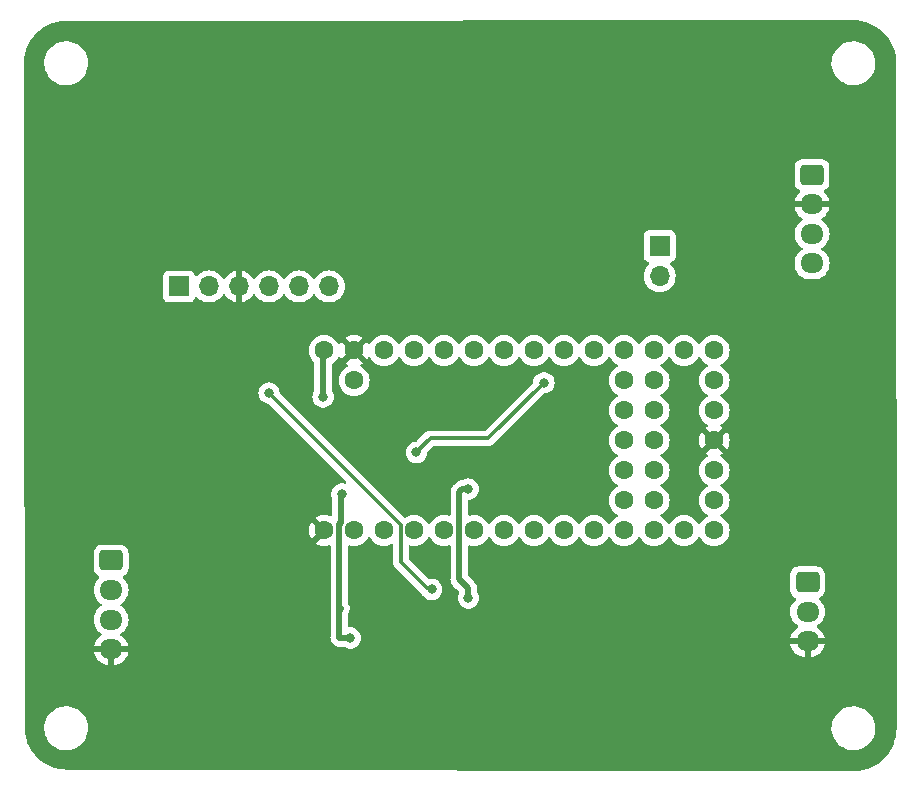
<source format=gbr>
G04 #@! TF.GenerationSoftware,KiCad,Pcbnew,7.0.8*
G04 #@! TF.CreationDate,2024-01-21T01:23:09-07:00*
G04 #@! TF.ProjectId,Pedal Load ,50656461-6c20-44c6-9f61-64202e6b6963,rev?*
G04 #@! TF.SameCoordinates,Original*
G04 #@! TF.FileFunction,Copper,L2,Bot*
G04 #@! TF.FilePolarity,Positive*
%FSLAX46Y46*%
G04 Gerber Fmt 4.6, Leading zero omitted, Abs format (unit mm)*
G04 Created by KiCad (PCBNEW 7.0.8) date 2024-01-21 01:23:09*
%MOMM*%
%LPD*%
G01*
G04 APERTURE LIST*
G04 Aperture macros list*
%AMRoundRect*
0 Rectangle with rounded corners*
0 $1 Rounding radius*
0 $2 $3 $4 $5 $6 $7 $8 $9 X,Y pos of 4 corners*
0 Add a 4 corners polygon primitive as box body*
4,1,4,$2,$3,$4,$5,$6,$7,$8,$9,$2,$3,0*
0 Add four circle primitives for the rounded corners*
1,1,$1+$1,$2,$3*
1,1,$1+$1,$4,$5*
1,1,$1+$1,$6,$7*
1,1,$1+$1,$8,$9*
0 Add four rect primitives between the rounded corners*
20,1,$1+$1,$2,$3,$4,$5,0*
20,1,$1+$1,$4,$5,$6,$7,0*
20,1,$1+$1,$6,$7,$8,$9,0*
20,1,$1+$1,$8,$9,$2,$3,0*%
G04 Aperture macros list end*
G04 #@! TA.AperFunction,ComponentPad*
%ADD10O,1.950000X1.700000*%
G04 #@! TD*
G04 #@! TA.AperFunction,ComponentPad*
%ADD11RoundRect,0.250000X-0.725000X0.600000X-0.725000X-0.600000X0.725000X-0.600000X0.725000X0.600000X0*%
G04 #@! TD*
G04 #@! TA.AperFunction,ComponentPad*
%ADD12O,1.700000X1.700000*%
G04 #@! TD*
G04 #@! TA.AperFunction,ComponentPad*
%ADD13R,1.700000X1.700000*%
G04 #@! TD*
G04 #@! TA.AperFunction,ComponentPad*
%ADD14C,1.600000*%
G04 #@! TD*
G04 #@! TA.AperFunction,ViaPad*
%ADD15C,0.800000*%
G04 #@! TD*
G04 #@! TA.AperFunction,Conductor*
%ADD16C,0.500000*%
G04 #@! TD*
G04 #@! TA.AperFunction,Conductor*
%ADD17C,0.300000*%
G04 #@! TD*
G04 APERTURE END LIST*
D10*
X169925000Y-97100000D03*
X169925000Y-94600000D03*
D11*
X169925000Y-92100000D03*
D10*
X170300000Y-65100000D03*
X170300000Y-62600000D03*
X170300000Y-60100000D03*
D11*
X170300000Y-57600000D03*
D10*
X110954416Y-97745584D03*
X110954416Y-95245584D03*
X110954416Y-92745584D03*
D11*
X110954416Y-90245584D03*
D12*
X129404416Y-67045584D03*
X126864416Y-67045584D03*
X124324416Y-67045584D03*
X121784416Y-67045584D03*
X119244416Y-67045584D03*
D13*
X116704416Y-67045584D03*
D14*
X154394416Y-85165584D03*
X156934416Y-85165584D03*
X154394416Y-82625584D03*
X156934416Y-82625584D03*
X154394416Y-80085584D03*
X156934416Y-80085584D03*
X154394416Y-77545584D03*
X156934416Y-77545584D03*
X154394416Y-75005584D03*
X156934416Y-75005584D03*
X131534416Y-75005584D03*
X128994416Y-72465584D03*
X131534416Y-72465584D03*
X134074416Y-72465584D03*
X136614416Y-72465584D03*
X139154416Y-72465584D03*
X141694416Y-72465584D03*
X144234416Y-72465584D03*
X146774416Y-72465584D03*
X149314416Y-72465584D03*
X151854416Y-72465584D03*
X154394416Y-72465584D03*
X156934416Y-72465584D03*
X159474416Y-72465584D03*
X162014416Y-72465584D03*
X162014416Y-75005584D03*
X162014416Y-77545584D03*
X162014416Y-80085584D03*
X162014416Y-82625584D03*
X162014416Y-85165584D03*
X162014416Y-87705584D03*
X159474416Y-87705584D03*
X156934416Y-87705584D03*
X154394416Y-87705584D03*
X151854416Y-87705584D03*
X149314416Y-87705584D03*
X146774416Y-87705584D03*
X144234416Y-87705584D03*
X141694416Y-87705584D03*
X139154416Y-87705584D03*
X136614416Y-87705584D03*
X134074416Y-87705584D03*
X131534416Y-87705584D03*
X128994416Y-87705584D03*
D12*
X157400000Y-66165000D03*
D13*
X157400000Y-63625000D03*
D15*
X141200000Y-59400000D03*
X140600000Y-102500000D03*
X142800000Y-98100000D03*
X168000000Y-78600000D03*
X160700000Y-63600000D03*
X141200000Y-84200000D03*
X141200000Y-93424500D03*
X131200000Y-96800000D03*
X128900000Y-76400000D03*
X130500000Y-84600000D03*
X138100000Y-92700000D03*
X124324416Y-76074593D03*
X147600000Y-75200000D03*
X136800000Y-81100000D03*
D16*
X140444416Y-91844416D02*
X141200000Y-92600000D01*
X140444416Y-84455584D02*
X140444416Y-91844416D01*
X141200000Y-84200000D02*
X140700000Y-84200000D01*
X140700000Y-84200000D02*
X140444416Y-84455584D01*
X141200000Y-92600000D02*
X141200000Y-93424500D01*
X128994416Y-72465584D02*
X128900000Y-72560000D01*
X130284416Y-96784416D02*
X130300000Y-96800000D01*
X130284416Y-87187817D02*
X130284416Y-96784416D01*
X130409416Y-87062817D02*
X130284416Y-87187817D01*
X130409416Y-84690584D02*
X130409416Y-87062817D01*
X130500000Y-84600000D02*
X130409416Y-84690584D01*
X130409416Y-94309416D02*
X130300000Y-94418832D01*
X128900000Y-72560000D02*
X128900000Y-76400000D01*
X130300000Y-96800000D02*
X131200000Y-96800000D01*
D17*
X124324416Y-76074593D02*
X124474911Y-76225089D01*
X138000000Y-92600000D02*
X138100000Y-92700000D01*
X124474911Y-76225089D02*
X124324416Y-76074594D01*
X137700000Y-92600000D02*
X138000000Y-92600000D01*
X124474911Y-76225089D02*
X135489416Y-87239593D01*
X135489416Y-87239593D02*
X135489416Y-90389416D01*
X135489416Y-90389416D02*
X137700000Y-92600000D01*
X124324416Y-76074594D02*
X124324416Y-76074593D01*
X136800000Y-81100000D02*
X138000000Y-79900000D01*
X142900000Y-79900000D02*
X147600000Y-75200000D01*
X138000000Y-79900000D02*
X142900000Y-79900000D01*
G04 #@! TA.AperFunction,Conductor*
G36*
X160812281Y-73008932D02*
G01*
X160856798Y-73060309D01*
X160883845Y-73118312D01*
X160883848Y-73118318D01*
X161014370Y-73304725D01*
X161175274Y-73465629D01*
X161175277Y-73465631D01*
X161361682Y-73596152D01*
X161419097Y-73622925D01*
X161419691Y-73623202D01*
X161472130Y-73669375D01*
X161491282Y-73736568D01*
X161471066Y-73803449D01*
X161419691Y-73847966D01*
X161361683Y-73875015D01*
X161361681Y-73875016D01*
X161175274Y-74005538D01*
X161014370Y-74166442D01*
X160883848Y-74352849D01*
X160883847Y-74352851D01*
X160787677Y-74559086D01*
X160787674Y-74559095D01*
X160728782Y-74778886D01*
X160728780Y-74778897D01*
X160708948Y-75005582D01*
X160708948Y-75005585D01*
X160728780Y-75232270D01*
X160728782Y-75232281D01*
X160787674Y-75452072D01*
X160787677Y-75452081D01*
X160883847Y-75658316D01*
X160883848Y-75658318D01*
X161014370Y-75844725D01*
X161175274Y-76005629D01*
X161175277Y-76005631D01*
X161361682Y-76136152D01*
X161419691Y-76163202D01*
X161472130Y-76209375D01*
X161491282Y-76276568D01*
X161471066Y-76343449D01*
X161419691Y-76387966D01*
X161361683Y-76415015D01*
X161361681Y-76415016D01*
X161175274Y-76545538D01*
X161014370Y-76706442D01*
X160883848Y-76892849D01*
X160883847Y-76892851D01*
X160787677Y-77099086D01*
X160787674Y-77099095D01*
X160728782Y-77318886D01*
X160728780Y-77318897D01*
X160708948Y-77545582D01*
X160708948Y-77545585D01*
X160728780Y-77772270D01*
X160728782Y-77772281D01*
X160787674Y-77992072D01*
X160787677Y-77992081D01*
X160883847Y-78198316D01*
X160883848Y-78198318D01*
X161014370Y-78384725D01*
X161175274Y-78545629D01*
X161175277Y-78545631D01*
X161361682Y-78676152D01*
X161420281Y-78703477D01*
X161472721Y-78749649D01*
X161491873Y-78816842D01*
X161471658Y-78883723D01*
X161420283Y-78928241D01*
X161361927Y-78955453D01*
X161288943Y-79006556D01*
X161288942Y-79006557D01*
X161842848Y-79560462D01*
X161725958Y-79611235D01*
X161608677Y-79706650D01*
X161521488Y-79830169D01*
X161491061Y-79915782D01*
X160935389Y-79360110D01*
X160935388Y-79360111D01*
X160884284Y-79433097D01*
X160788150Y-79639257D01*
X160788146Y-79639266D01*
X160729276Y-79858973D01*
X160729274Y-79858984D01*
X160709450Y-80085581D01*
X160709450Y-80085586D01*
X160729274Y-80312183D01*
X160729276Y-80312194D01*
X160788146Y-80531901D01*
X160788150Y-80531910D01*
X160884281Y-80738065D01*
X160884282Y-80738067D01*
X160935389Y-80811055D01*
X160935390Y-80811056D01*
X161488486Y-80257959D01*
X161491300Y-80271499D01*
X161560858Y-80405740D01*
X161664054Y-80516236D01*
X161793235Y-80594793D01*
X161844418Y-80609133D01*
X161288942Y-81164609D01*
X161288942Y-81164610D01*
X161361928Y-81215715D01*
X161361936Y-81215719D01*
X161420281Y-81242926D01*
X161472721Y-81289098D01*
X161491873Y-81356291D01*
X161471658Y-81423173D01*
X161420283Y-81467689D01*
X161361684Y-81495015D01*
X161361680Y-81495017D01*
X161175274Y-81625538D01*
X161014370Y-81786442D01*
X160883848Y-81972849D01*
X160883847Y-81972851D01*
X160787677Y-82179086D01*
X160787674Y-82179095D01*
X160728782Y-82398886D01*
X160728780Y-82398897D01*
X160708948Y-82625582D01*
X160708948Y-82625585D01*
X160728780Y-82852270D01*
X160728782Y-82852281D01*
X160787674Y-83072072D01*
X160787677Y-83072081D01*
X160883847Y-83278316D01*
X160883848Y-83278318D01*
X161014370Y-83464725D01*
X161175274Y-83625629D01*
X161222109Y-83658423D01*
X161361682Y-83756152D01*
X161419691Y-83783202D01*
X161472130Y-83829375D01*
X161491282Y-83896568D01*
X161471066Y-83963449D01*
X161419691Y-84007966D01*
X161361683Y-84035015D01*
X161361681Y-84035016D01*
X161175274Y-84165538D01*
X161014370Y-84326442D01*
X160883848Y-84512849D01*
X160883847Y-84512851D01*
X160787677Y-84719086D01*
X160787674Y-84719095D01*
X160728782Y-84938886D01*
X160728780Y-84938897D01*
X160708948Y-85165582D01*
X160708948Y-85165585D01*
X160728780Y-85392270D01*
X160728782Y-85392281D01*
X160787674Y-85612072D01*
X160787677Y-85612081D01*
X160883847Y-85818316D01*
X160883848Y-85818318D01*
X161014370Y-86004725D01*
X161175274Y-86165629D01*
X161175277Y-86165631D01*
X161361682Y-86296152D01*
X161419691Y-86323202D01*
X161472130Y-86369375D01*
X161491282Y-86436568D01*
X161471066Y-86503449D01*
X161419691Y-86547966D01*
X161361683Y-86575015D01*
X161361681Y-86575016D01*
X161175274Y-86705538D01*
X161014370Y-86866442D01*
X160883848Y-87052849D01*
X160883847Y-87052851D01*
X160856798Y-87110859D01*
X160810625Y-87163298D01*
X160743432Y-87182450D01*
X160676551Y-87162234D01*
X160632034Y-87110859D01*
X160604984Y-87052851D01*
X160604983Y-87052849D01*
X160474461Y-86866442D01*
X160313557Y-86705538D01*
X160127150Y-86575016D01*
X160127148Y-86575015D01*
X159920913Y-86478845D01*
X159920904Y-86478842D01*
X159701113Y-86419950D01*
X159701109Y-86419949D01*
X159701108Y-86419949D01*
X159701107Y-86419948D01*
X159701102Y-86419948D01*
X159474418Y-86400116D01*
X159474414Y-86400116D01*
X159247729Y-86419948D01*
X159247718Y-86419950D01*
X159027927Y-86478842D01*
X159027918Y-86478845D01*
X158821683Y-86575015D01*
X158821681Y-86575016D01*
X158635274Y-86705538D01*
X158474370Y-86866442D01*
X158343848Y-87052849D01*
X158343847Y-87052851D01*
X158316798Y-87110859D01*
X158270625Y-87163298D01*
X158203432Y-87182450D01*
X158136551Y-87162234D01*
X158092034Y-87110859D01*
X158064984Y-87052851D01*
X158064983Y-87052849D01*
X157934461Y-86866442D01*
X157773557Y-86705538D01*
X157587150Y-86575016D01*
X157587144Y-86575013D01*
X157529141Y-86547966D01*
X157476701Y-86501794D01*
X157457549Y-86434601D01*
X157477764Y-86367719D01*
X157529141Y-86323202D01*
X157587150Y-86296152D01*
X157773555Y-86165631D01*
X157934463Y-86004723D01*
X158064984Y-85818318D01*
X158161155Y-85612080D01*
X158220051Y-85392276D01*
X158239884Y-85165584D01*
X158220051Y-84938892D01*
X158161155Y-84719088D01*
X158064984Y-84512850D01*
X157934463Y-84326445D01*
X157934461Y-84326442D01*
X157773557Y-84165538D01*
X157587150Y-84035016D01*
X157587144Y-84035013D01*
X157537243Y-84011744D01*
X157529140Y-84007965D01*
X157476701Y-83961794D01*
X157457549Y-83894601D01*
X157477764Y-83827719D01*
X157529141Y-83783202D01*
X157587150Y-83756152D01*
X157773555Y-83625631D01*
X157934463Y-83464723D01*
X158064984Y-83278318D01*
X158161155Y-83072080D01*
X158220051Y-82852276D01*
X158239884Y-82625584D01*
X158220051Y-82398892D01*
X158161155Y-82179088D01*
X158064984Y-81972850D01*
X157934463Y-81786445D01*
X157934461Y-81786442D01*
X157773557Y-81625538D01*
X157587150Y-81495016D01*
X157587144Y-81495013D01*
X157529141Y-81467966D01*
X157476701Y-81421794D01*
X157457549Y-81354601D01*
X157477764Y-81287719D01*
X157529141Y-81243202D01*
X157529735Y-81242925D01*
X157587150Y-81216152D01*
X157773555Y-81085631D01*
X157934463Y-80924723D01*
X158064984Y-80738318D01*
X158161155Y-80532080D01*
X158220051Y-80312276D01*
X158239884Y-80085584D01*
X158220051Y-79858892D01*
X158161155Y-79639088D01*
X158064984Y-79432850D01*
X157942780Y-79258323D01*
X157934461Y-79246442D01*
X157773557Y-79085538D01*
X157587150Y-78955016D01*
X157587144Y-78955013D01*
X157529141Y-78927966D01*
X157476701Y-78881794D01*
X157457549Y-78814601D01*
X157477764Y-78747719D01*
X157529141Y-78703202D01*
X157587150Y-78676152D01*
X157773555Y-78545631D01*
X157934463Y-78384723D01*
X158064984Y-78198318D01*
X158161155Y-77992080D01*
X158220051Y-77772276D01*
X158239884Y-77545584D01*
X158220051Y-77318892D01*
X158161155Y-77099088D01*
X158064984Y-76892850D01*
X157934463Y-76706445D01*
X157934461Y-76706442D01*
X157773557Y-76545538D01*
X157587150Y-76415016D01*
X157587144Y-76415013D01*
X157529141Y-76387966D01*
X157476701Y-76341794D01*
X157457549Y-76274601D01*
X157477764Y-76207719D01*
X157529141Y-76163202D01*
X157587150Y-76136152D01*
X157773555Y-76005631D01*
X157934463Y-75844723D01*
X158064984Y-75658318D01*
X158161155Y-75452080D01*
X158220051Y-75232276D01*
X158239884Y-75005584D01*
X158220051Y-74778892D01*
X158161155Y-74559088D01*
X158064984Y-74352850D01*
X157934463Y-74166445D01*
X157934461Y-74166442D01*
X157773557Y-74005538D01*
X157587150Y-73875016D01*
X157587144Y-73875013D01*
X157529141Y-73847966D01*
X157476701Y-73801794D01*
X157457549Y-73734601D01*
X157477764Y-73667719D01*
X157529141Y-73623202D01*
X157529735Y-73622925D01*
X157587150Y-73596152D01*
X157773555Y-73465631D01*
X157934463Y-73304723D01*
X158064984Y-73118318D01*
X158092034Y-73060308D01*
X158138206Y-73007869D01*
X158205399Y-72988717D01*
X158272281Y-73008932D01*
X158316798Y-73060309D01*
X158343845Y-73118312D01*
X158343848Y-73118318D01*
X158474370Y-73304725D01*
X158635274Y-73465629D01*
X158635277Y-73465631D01*
X158821682Y-73596152D01*
X159027920Y-73692323D01*
X159247724Y-73751219D01*
X159409646Y-73765385D01*
X159474414Y-73771052D01*
X159474416Y-73771052D01*
X159474418Y-73771052D01*
X159531089Y-73766093D01*
X159701108Y-73751219D01*
X159920912Y-73692323D01*
X160127150Y-73596152D01*
X160313555Y-73465631D01*
X160474463Y-73304723D01*
X160604984Y-73118318D01*
X160632034Y-73060308D01*
X160678206Y-73007869D01*
X160745399Y-72988717D01*
X160812281Y-73008932D01*
G37*
G04 #@! TD.AperFunction*
G04 #@! TA.AperFunction,Conductor*
G36*
X173801553Y-44500577D02*
G01*
X173951139Y-44507996D01*
X174164923Y-44519309D01*
X174170827Y-44519906D01*
X174345478Y-44546066D01*
X174533966Y-44576212D01*
X174539332Y-44577317D01*
X174715225Y-44621818D01*
X174895224Y-44670535D01*
X174900050Y-44672058D01*
X175072657Y-44734462D01*
X175205704Y-44786073D01*
X175244887Y-44801273D01*
X175249179Y-44803127D01*
X175415820Y-44882811D01*
X175579349Y-44967069D01*
X175583086Y-44969161D01*
X175741671Y-45065337D01*
X175895110Y-45166195D01*
X175898264Y-45168412D01*
X175975968Y-45226784D01*
X176046970Y-45280122D01*
X176188854Y-45396563D01*
X176191462Y-45398830D01*
X176327499Y-45523893D01*
X176329703Y-45526022D01*
X176344218Y-45540758D01*
X176457492Y-45655757D01*
X176459593Y-45657999D01*
X176546586Y-45755541D01*
X176582600Y-45795923D01*
X176584806Y-45798541D01*
X176699106Y-45942188D01*
X176700711Y-45944392D01*
X176808537Y-46092541D01*
X176810727Y-46095757D01*
X176872422Y-46192777D01*
X176909246Y-46250686D01*
X177003009Y-46410698D01*
X177005054Y-46414483D01*
X177086831Y-46579265D01*
X177163972Y-46747057D01*
X177165776Y-46751409D01*
X177229979Y-46924632D01*
X177241717Y-46958700D01*
X177289762Y-47098147D01*
X177291225Y-47103042D01*
X177310559Y-47179008D01*
X177337205Y-47283709D01*
X177379036Y-47460229D01*
X177380070Y-47465663D01*
X177407373Y-47654640D01*
X177430880Y-47829590D01*
X177431389Y-47835512D01*
X177439577Y-48052520D01*
X177444620Y-48198852D01*
X177444651Y-48201855D01*
X177444035Y-48245872D01*
X177444676Y-48252025D01*
X177453559Y-104494616D01*
X177453438Y-104498506D01*
X177443926Y-104650259D01*
X177430410Y-104855212D01*
X177429754Y-104861007D01*
X177401772Y-105034514D01*
X177370393Y-105217711D01*
X177369243Y-105223017D01*
X177323514Y-105396878D01*
X177274303Y-105572341D01*
X177272751Y-105577123D01*
X177209739Y-105747359D01*
X177143136Y-105915470D01*
X177141274Y-105919703D01*
X177061559Y-106083967D01*
X176978191Y-106243709D01*
X176976111Y-106247383D01*
X176880473Y-106403685D01*
X176781148Y-106553712D01*
X176778941Y-106556832D01*
X176668297Y-106703466D01*
X176553979Y-106842378D01*
X176551735Y-106844957D01*
X176428170Y-106979275D01*
X176426074Y-106981445D01*
X176298971Y-107106786D01*
X176296773Y-107108851D01*
X176160745Y-107230530D01*
X176158136Y-107232738D01*
X176017656Y-107345099D01*
X175869473Y-107453701D01*
X175866323Y-107455864D01*
X175714934Y-107553081D01*
X175557304Y-107646536D01*
X175553601Y-107648565D01*
X175392729Y-107729687D01*
X175227358Y-107807108D01*
X175223100Y-107808911D01*
X175054099Y-107873155D01*
X174882973Y-107933796D01*
X174878170Y-107935282D01*
X174702025Y-107982042D01*
X174527564Y-108025338D01*
X174522241Y-108026414D01*
X174338643Y-108055231D01*
X174164737Y-108080794D01*
X174158931Y-108081370D01*
X173951127Y-108092156D01*
X173801887Y-108099423D01*
X173798727Y-108099496D01*
X107206110Y-107945203D01*
X107205708Y-107945084D01*
X107155945Y-107945084D01*
X107152903Y-107945009D01*
X107001986Y-107937596D01*
X106807830Y-107927421D01*
X106801974Y-107926835D01*
X106632795Y-107901740D01*
X106474817Y-107876720D01*
X106456826Y-107873870D01*
X106451460Y-107872776D01*
X106282217Y-107830383D01*
X106113107Y-107785070D01*
X106108266Y-107783558D01*
X105942522Y-107724256D01*
X105780156Y-107661929D01*
X105775865Y-107660094D01*
X105615938Y-107584455D01*
X105461418Y-107505722D01*
X105457690Y-107503659D01*
X105305455Y-107412414D01*
X105160145Y-107318048D01*
X105156979Y-107315849D01*
X105014093Y-107209878D01*
X104879432Y-107100833D01*
X104876813Y-107098588D01*
X104745892Y-106979929D01*
X104743688Y-106977830D01*
X104622168Y-106856310D01*
X104620069Y-106854106D01*
X104609439Y-106842378D01*
X104558076Y-106785707D01*
X104501410Y-106723185D01*
X104499165Y-106720566D01*
X104390121Y-106585906D01*
X104284149Y-106443019D01*
X104281950Y-106439853D01*
X104187585Y-106294544D01*
X104096335Y-106142301D01*
X104094281Y-106138592D01*
X104015554Y-105984082D01*
X103939901Y-105824127D01*
X103938069Y-105819842D01*
X103875743Y-105657477D01*
X103816440Y-105491732D01*
X103814928Y-105486890D01*
X103808708Y-105463677D01*
X103769609Y-105317754D01*
X103727215Y-105148505D01*
X103726134Y-105143204D01*
X103698258Y-104967198D01*
X103697166Y-104959834D01*
X103673159Y-104797990D01*
X103672579Y-104792194D01*
X103662414Y-104598238D01*
X103658244Y-104513347D01*
X105300203Y-104513347D01*
X105329829Y-104782597D01*
X105329831Y-104782608D01*
X105394043Y-105028221D01*
X105398344Y-105044672D01*
X105504286Y-105293974D01*
X105645395Y-105525189D01*
X105645402Y-105525199D01*
X105818669Y-105733403D01*
X105818675Y-105733408D01*
X105876018Y-105784787D01*
X106020414Y-105914166D01*
X106246326Y-106063628D01*
X106491592Y-106178604D01*
X106491599Y-106178606D01*
X106491601Y-106178607D01*
X106750973Y-106256641D01*
X106750980Y-106256642D01*
X106750985Y-106256644D01*
X107018977Y-106296084D01*
X107018982Y-106296084D01*
X107222052Y-106296084D01*
X107273549Y-106292314D01*
X107424572Y-106281261D01*
X107537174Y-106256177D01*
X107688962Y-106222366D01*
X107688964Y-106222365D01*
X107688969Y-106222364D01*
X107941974Y-106125598D01*
X108178193Y-105993025D01*
X108392593Y-105827472D01*
X108580602Y-105632465D01*
X108738215Y-105412163D01*
X108812203Y-105268253D01*
X108862065Y-105171274D01*
X108862067Y-105171268D01*
X108862072Y-105171259D01*
X108949534Y-104914889D01*
X108998735Y-104648517D01*
X109003675Y-104513347D01*
X171945787Y-104513347D01*
X171975413Y-104782597D01*
X171975415Y-104782608D01*
X172039627Y-105028221D01*
X172043928Y-105044672D01*
X172149870Y-105293974D01*
X172290979Y-105525189D01*
X172290986Y-105525199D01*
X172464253Y-105733403D01*
X172464259Y-105733408D01*
X172521602Y-105784787D01*
X172665998Y-105914166D01*
X172891910Y-106063628D01*
X173137176Y-106178604D01*
X173137183Y-106178606D01*
X173137185Y-106178607D01*
X173396557Y-106256641D01*
X173396564Y-106256642D01*
X173396569Y-106256644D01*
X173664561Y-106296084D01*
X173664566Y-106296084D01*
X173867636Y-106296084D01*
X173919133Y-106292314D01*
X174070156Y-106281261D01*
X174182758Y-106256177D01*
X174334546Y-106222366D01*
X174334548Y-106222365D01*
X174334553Y-106222364D01*
X174587558Y-106125598D01*
X174823777Y-105993025D01*
X175038177Y-105827472D01*
X175226186Y-105632465D01*
X175383799Y-105412163D01*
X175457787Y-105268253D01*
X175507649Y-105171274D01*
X175507651Y-105171268D01*
X175507656Y-105171259D01*
X175595118Y-104914889D01*
X175644319Y-104648517D01*
X175654212Y-104377819D01*
X175624586Y-104108566D01*
X175556072Y-103846496D01*
X175450130Y-103597194D01*
X175309018Y-103365974D01*
X175219747Y-103258703D01*
X175135746Y-103157764D01*
X175135740Y-103157759D01*
X174934002Y-102977002D01*
X174708092Y-102827541D01*
X174708090Y-102827540D01*
X174462824Y-102712564D01*
X174462819Y-102712562D01*
X174462814Y-102712560D01*
X174203442Y-102634526D01*
X174203428Y-102634523D01*
X174087791Y-102617505D01*
X173935439Y-102595084D01*
X173732369Y-102595084D01*
X173732364Y-102595084D01*
X173529844Y-102609907D01*
X173529831Y-102609909D01*
X173265453Y-102668801D01*
X173265446Y-102668804D01*
X173012439Y-102765571D01*
X172776226Y-102898141D01*
X172561822Y-103063696D01*
X172373822Y-103258693D01*
X172373816Y-103258700D01*
X172216202Y-103479003D01*
X172216199Y-103479008D01*
X172092350Y-103719893D01*
X172092343Y-103719911D01*
X172004884Y-103976269D01*
X172004881Y-103976283D01*
X171955681Y-104242652D01*
X171955680Y-104242659D01*
X171945787Y-104513347D01*
X109003675Y-104513347D01*
X109008628Y-104377819D01*
X108979002Y-104108566D01*
X108910488Y-103846496D01*
X108804546Y-103597194D01*
X108663434Y-103365974D01*
X108574163Y-103258703D01*
X108490162Y-103157764D01*
X108490156Y-103157759D01*
X108288418Y-102977002D01*
X108062508Y-102827541D01*
X108062506Y-102827540D01*
X107817240Y-102712564D01*
X107817235Y-102712562D01*
X107817230Y-102712560D01*
X107557858Y-102634526D01*
X107557844Y-102634523D01*
X107442207Y-102617505D01*
X107289855Y-102595084D01*
X107086785Y-102595084D01*
X107086780Y-102595084D01*
X106884260Y-102609907D01*
X106884247Y-102609909D01*
X106619869Y-102668801D01*
X106619862Y-102668804D01*
X106366855Y-102765571D01*
X106130642Y-102898141D01*
X105916238Y-103063696D01*
X105728238Y-103258693D01*
X105728232Y-103258700D01*
X105570618Y-103479003D01*
X105570615Y-103479008D01*
X105446766Y-103719893D01*
X105446759Y-103719911D01*
X105359300Y-103976269D01*
X105359297Y-103976283D01*
X105310097Y-104242652D01*
X105310096Y-104242659D01*
X105300203Y-104513347D01*
X103658244Y-104513347D01*
X103657048Y-104488990D01*
X103654991Y-104447098D01*
X103654916Y-104444055D01*
X103654916Y-104394706D01*
X103654824Y-104393858D01*
X103638575Y-95245584D01*
X109473757Y-95245584D01*
X109494352Y-95480987D01*
X109494354Y-95480997D01*
X109555510Y-95709239D01*
X109555512Y-95709243D01*
X109555513Y-95709247D01*
X109586408Y-95775500D01*
X109655380Y-95923412D01*
X109655381Y-95923414D01*
X109790921Y-96116986D01*
X109958013Y-96284078D01*
X110115447Y-96394314D01*
X110159072Y-96448891D01*
X110166266Y-96518389D01*
X110134743Y-96580744D01*
X110115448Y-96597464D01*
X109958338Y-96707474D01*
X109958336Y-96707475D01*
X109791310Y-96874501D01*
X109655815Y-97068005D01*
X109555986Y-97282091D01*
X109555983Y-97282097D01*
X109498780Y-97495583D01*
X109498780Y-97495584D01*
X110550447Y-97495584D01*
X110517897Y-97546233D01*
X110479416Y-97677289D01*
X110479416Y-97813879D01*
X110517897Y-97944935D01*
X110550447Y-97995584D01*
X109498780Y-97995584D01*
X109555983Y-98209070D01*
X109555986Y-98209076D01*
X109655815Y-98423161D01*
X109655816Y-98423163D01*
X109791302Y-98616657D01*
X109791307Y-98616663D01*
X109958336Y-98783692D01*
X109958342Y-98783697D01*
X110151836Y-98919183D01*
X110151838Y-98919184D01*
X110365923Y-99019013D01*
X110365932Y-99019017D01*
X110594094Y-99080152D01*
X110704416Y-99089803D01*
X110704416Y-98153602D01*
X110819217Y-98206030D01*
X110920441Y-98220584D01*
X110988391Y-98220584D01*
X111089615Y-98206030D01*
X111204416Y-98153602D01*
X111204416Y-99089803D01*
X111314736Y-99080152D01*
X111314739Y-99080152D01*
X111542899Y-99019017D01*
X111542908Y-99019013D01*
X111756993Y-98919184D01*
X111756995Y-98919183D01*
X111950489Y-98783697D01*
X111950495Y-98783692D01*
X112117521Y-98616666D01*
X112253016Y-98423162D01*
X112352845Y-98209076D01*
X112352848Y-98209070D01*
X112410052Y-97995584D01*
X111358385Y-97995584D01*
X111390935Y-97944935D01*
X111429416Y-97813879D01*
X111429416Y-97677289D01*
X111390935Y-97546233D01*
X111358385Y-97495584D01*
X112410052Y-97495584D01*
X112410051Y-97495583D01*
X112352848Y-97282097D01*
X112352845Y-97282091D01*
X112253016Y-97068006D01*
X112253015Y-97068004D01*
X112117529Y-96874510D01*
X112117524Y-96874504D01*
X111950495Y-96707475D01*
X111950489Y-96707470D01*
X111793383Y-96597464D01*
X111749758Y-96542887D01*
X111742564Y-96473389D01*
X111774087Y-96411034D01*
X111793376Y-96394319D01*
X111950817Y-96284079D01*
X112117911Y-96116985D01*
X112253451Y-95923414D01*
X112353319Y-95709247D01*
X112414479Y-95480992D01*
X112435075Y-95245584D01*
X112414479Y-95010176D01*
X112353319Y-94781921D01*
X112253451Y-94567755D01*
X112253450Y-94567753D01*
X112117910Y-94374181D01*
X111950819Y-94207090D01*
X111849769Y-94136335D01*
X111793817Y-94097157D01*
X111750194Y-94042583D01*
X111743000Y-93973084D01*
X111774522Y-93910729D01*
X111793814Y-93894012D01*
X111950817Y-93784079D01*
X112117911Y-93616985D01*
X112253451Y-93423414D01*
X112353319Y-93209247D01*
X112414479Y-92980992D01*
X112435075Y-92745584D01*
X112414479Y-92510176D01*
X112366232Y-92330112D01*
X112353321Y-92281928D01*
X112353320Y-92281927D01*
X112353319Y-92281921D01*
X112253451Y-92067755D01*
X112253450Y-92067753D01*
X112117910Y-91874181D01*
X111970711Y-91726982D01*
X111937226Y-91665659D01*
X111942210Y-91595967D01*
X111984082Y-91540034D01*
X111993296Y-91533762D01*
X112076916Y-91482185D01*
X112148072Y-91438296D01*
X112272128Y-91314240D01*
X112364230Y-91164918D01*
X112419415Y-90998381D01*
X112429916Y-90895593D01*
X112429915Y-89595576D01*
X112419415Y-89492787D01*
X112364230Y-89326250D01*
X112272128Y-89176928D01*
X112148072Y-89052872D01*
X112047315Y-88990725D01*
X111998752Y-88960771D01*
X111998747Y-88960769D01*
X111996260Y-88959945D01*
X111832213Y-88905585D01*
X111832211Y-88905584D01*
X111729426Y-88895084D01*
X110179414Y-88895084D01*
X110179397Y-88895085D01*
X110076619Y-88905584D01*
X110076616Y-88905585D01*
X109910084Y-88960769D01*
X109910079Y-88960771D01*
X109760758Y-89052873D01*
X109636705Y-89176926D01*
X109544603Y-89326247D01*
X109544602Y-89326250D01*
X109489417Y-89492787D01*
X109489417Y-89492788D01*
X109489416Y-89492788D01*
X109478916Y-89595567D01*
X109478916Y-90895585D01*
X109478917Y-90895602D01*
X109489416Y-90998380D01*
X109489417Y-90998383D01*
X109544601Y-91164915D01*
X109544603Y-91164920D01*
X109636705Y-91314241D01*
X109760760Y-91438296D01*
X109915536Y-91533762D01*
X109962261Y-91585710D01*
X109973484Y-91654672D01*
X109945640Y-91718755D01*
X109938122Y-91726982D01*
X109790917Y-91874187D01*
X109790917Y-91874188D01*
X109655383Y-92067749D01*
X109655381Y-92067753D01*
X109555514Y-92281919D01*
X109555510Y-92281928D01*
X109494354Y-92510170D01*
X109494352Y-92510180D01*
X109473757Y-92745583D01*
X109473757Y-92745584D01*
X109494352Y-92980987D01*
X109494354Y-92980997D01*
X109555510Y-93209239D01*
X109555512Y-93209243D01*
X109555513Y-93209247D01*
X109568102Y-93236244D01*
X109655380Y-93423412D01*
X109655381Y-93423414D01*
X109790921Y-93616986D01*
X109958013Y-93784078D01*
X110115011Y-93894009D01*
X110158636Y-93948586D01*
X110165830Y-94018084D01*
X110134307Y-94080439D01*
X110115011Y-94097159D01*
X109958013Y-94207089D01*
X109790922Y-94374181D01*
X109790917Y-94374188D01*
X109655383Y-94567749D01*
X109655381Y-94567753D01*
X109555514Y-94781919D01*
X109555510Y-94781928D01*
X109494354Y-95010170D01*
X109494352Y-95010180D01*
X109473757Y-95245583D01*
X109473757Y-95245584D01*
X103638575Y-95245584D01*
X103604524Y-76074593D01*
X123418956Y-76074593D01*
X123438742Y-76262849D01*
X123438743Y-76262852D01*
X123497234Y-76442870D01*
X123497237Y-76442877D01*
X123591883Y-76606809D01*
X123681593Y-76706442D01*
X123718545Y-76747481D01*
X123871681Y-76858741D01*
X123871686Y-76858744D01*
X124044608Y-76935735D01*
X124044613Y-76935737D01*
X124229770Y-76975093D01*
X124253607Y-76975093D01*
X124320646Y-76994778D01*
X124341288Y-77011412D01*
X128962092Y-81632216D01*
X130850718Y-83520841D01*
X130884203Y-83582164D01*
X130879219Y-83651856D01*
X130837347Y-83707789D01*
X130771883Y-83732206D01*
X130737257Y-83729812D01*
X130594647Y-83699500D01*
X130594646Y-83699500D01*
X130405354Y-83699500D01*
X130372897Y-83706398D01*
X130220197Y-83738855D01*
X130220192Y-83738857D01*
X130047270Y-83815848D01*
X130047265Y-83815851D01*
X129894129Y-83927111D01*
X129767466Y-84067785D01*
X129672821Y-84231715D01*
X129672818Y-84231722D01*
X129621479Y-84389728D01*
X129614326Y-84411744D01*
X129594540Y-84600000D01*
X129614326Y-84788256D01*
X129652847Y-84906812D01*
X129658916Y-84945128D01*
X129658916Y-86386412D01*
X129639231Y-86453451D01*
X129586427Y-86499206D01*
X129517269Y-86509150D01*
X129482513Y-86498795D01*
X129440743Y-86479318D01*
X129440733Y-86479314D01*
X129221026Y-86420444D01*
X129221015Y-86420442D01*
X128994418Y-86400618D01*
X128994414Y-86400618D01*
X128767816Y-86420442D01*
X128767805Y-86420444D01*
X128548098Y-86479314D01*
X128548089Y-86479318D01*
X128341929Y-86575452D01*
X128268942Y-86626557D01*
X128822847Y-87180462D01*
X128705958Y-87231235D01*
X128588677Y-87326650D01*
X128501488Y-87450169D01*
X128471061Y-87535782D01*
X127915389Y-86980110D01*
X127915388Y-86980111D01*
X127864284Y-87053097D01*
X127768150Y-87259257D01*
X127768146Y-87259266D01*
X127709276Y-87478973D01*
X127709274Y-87478984D01*
X127689450Y-87705581D01*
X127689450Y-87705586D01*
X127709274Y-87932183D01*
X127709276Y-87932194D01*
X127768146Y-88151901D01*
X127768150Y-88151910D01*
X127864281Y-88358065D01*
X127864282Y-88358067D01*
X127915389Y-88431055D01*
X127915390Y-88431056D01*
X128468486Y-87877959D01*
X128471300Y-87891499D01*
X128540858Y-88025740D01*
X128644054Y-88136236D01*
X128773235Y-88214793D01*
X128824417Y-88229133D01*
X128268942Y-88784609D01*
X128268942Y-88784610D01*
X128341928Y-88835715D01*
X128341932Y-88835717D01*
X128548089Y-88931849D01*
X128548098Y-88931853D01*
X128767805Y-88990723D01*
X128767816Y-88990725D01*
X128994414Y-89010550D01*
X128994418Y-89010550D01*
X129221015Y-88990725D01*
X129221022Y-88990724D01*
X129377822Y-88948709D01*
X129447672Y-88950372D01*
X129505534Y-88989534D01*
X129533039Y-89053762D01*
X129533916Y-89068484D01*
X129533916Y-96720710D01*
X129532607Y-96738679D01*
X129529126Y-96762441D01*
X129533680Y-96814480D01*
X129533916Y-96819886D01*
X129533916Y-96828125D01*
X129536472Y-96849999D01*
X129537722Y-96860690D01*
X129544416Y-96937207D01*
X129545877Y-96944283D01*
X129545819Y-96944294D01*
X129547450Y-96951653D01*
X129547508Y-96951640D01*
X129549173Y-96958666D01*
X129575441Y-97030840D01*
X129599601Y-97103747D01*
X129602652Y-97110290D01*
X129602598Y-97110314D01*
X129605886Y-97117104D01*
X129605937Y-97117079D01*
X129609177Y-97123529D01*
X129609178Y-97123530D01*
X129609179Y-97123533D01*
X129638607Y-97168277D01*
X129651381Y-97187699D01*
X129691703Y-97253071D01*
X129696182Y-97258735D01*
X129696135Y-97258772D01*
X129700898Y-97264618D01*
X129700944Y-97264580D01*
X129705584Y-97270110D01*
X129705586Y-97270112D01*
X129718289Y-97282097D01*
X129727119Y-97290427D01*
X129741490Y-97306575D01*
X129750390Y-97318531D01*
X129790415Y-97352116D01*
X129794403Y-97355771D01*
X129800216Y-97361584D01*
X129800220Y-97361587D01*
X129800223Y-97361590D01*
X129811138Y-97370220D01*
X129812454Y-97371261D01*
X129816542Y-97374794D01*
X129833198Y-97390508D01*
X129833326Y-97390582D01*
X129851033Y-97402980D01*
X129884783Y-97431300D01*
X129890822Y-97435272D01*
X129890789Y-97435322D01*
X129897147Y-97439372D01*
X129897179Y-97439321D01*
X129903319Y-97443108D01*
X129903323Y-97443111D01*
X129938132Y-97459343D01*
X129972941Y-97475575D01*
X130012781Y-97495583D01*
X130041567Y-97510040D01*
X130041569Y-97510040D01*
X130048357Y-97512511D01*
X130048336Y-97512567D01*
X130055455Y-97515042D01*
X130055474Y-97514986D01*
X130062323Y-97517256D01*
X130062326Y-97517256D01*
X130062327Y-97517257D01*
X130137550Y-97532788D01*
X130212279Y-97550500D01*
X130219452Y-97551339D01*
X130219445Y-97551397D01*
X130226946Y-97552163D01*
X130226952Y-97552104D01*
X130234140Y-97552733D01*
X130234143Y-97552732D01*
X130234144Y-97552733D01*
X130310898Y-97550500D01*
X130660663Y-97550500D01*
X130727702Y-97570185D01*
X130733548Y-97574182D01*
X130747265Y-97584148D01*
X130747270Y-97584151D01*
X130920192Y-97661142D01*
X130920197Y-97661144D01*
X131105354Y-97700500D01*
X131105355Y-97700500D01*
X131294644Y-97700500D01*
X131294646Y-97700500D01*
X131479803Y-97661144D01*
X131652730Y-97584151D01*
X131805871Y-97472888D01*
X131932533Y-97332216D01*
X132027179Y-97168284D01*
X132085674Y-96988256D01*
X132105460Y-96800000D01*
X132085674Y-96611744D01*
X132027179Y-96431716D01*
X131932533Y-96267784D01*
X131805871Y-96127112D01*
X131791934Y-96116986D01*
X131652734Y-96015851D01*
X131652729Y-96015848D01*
X131479807Y-95938857D01*
X131479802Y-95938855D01*
X131334001Y-95907865D01*
X131294646Y-95899500D01*
X131158916Y-95899500D01*
X131091877Y-95879815D01*
X131046122Y-95827011D01*
X131034916Y-95775500D01*
X131034916Y-94769811D01*
X131050939Y-94713321D01*
X131049475Y-94712639D01*
X131102000Y-94600000D01*
X168444341Y-94600000D01*
X168464936Y-94835403D01*
X168464938Y-94835413D01*
X168526094Y-95063655D01*
X168526096Y-95063659D01*
X168526097Y-95063663D01*
X168576031Y-95170746D01*
X168625964Y-95277828D01*
X168625965Y-95277830D01*
X168761505Y-95471402D01*
X168928597Y-95638494D01*
X169086031Y-95748730D01*
X169129656Y-95803307D01*
X169136850Y-95872805D01*
X169105327Y-95935160D01*
X169086032Y-95951880D01*
X168928922Y-96061890D01*
X168928920Y-96061891D01*
X168761894Y-96228917D01*
X168626399Y-96422421D01*
X168526570Y-96636507D01*
X168526567Y-96636513D01*
X168469364Y-96849999D01*
X168469364Y-96850000D01*
X169521031Y-96850000D01*
X169488481Y-96900649D01*
X169450000Y-97031705D01*
X169450000Y-97168295D01*
X169488481Y-97299351D01*
X169521031Y-97350000D01*
X168469364Y-97350000D01*
X168526567Y-97563486D01*
X168526570Y-97563492D01*
X168626399Y-97777577D01*
X168626400Y-97777579D01*
X168761886Y-97971073D01*
X168761891Y-97971079D01*
X168928920Y-98138108D01*
X168928926Y-98138113D01*
X169122420Y-98273599D01*
X169122422Y-98273600D01*
X169336507Y-98373429D01*
X169336516Y-98373433D01*
X169564678Y-98434568D01*
X169675000Y-98444219D01*
X169675000Y-97508018D01*
X169789801Y-97560446D01*
X169891025Y-97575000D01*
X169958975Y-97575000D01*
X170060199Y-97560446D01*
X170175000Y-97508018D01*
X170175000Y-98444219D01*
X170285320Y-98434568D01*
X170285323Y-98434568D01*
X170513483Y-98373433D01*
X170513492Y-98373429D01*
X170727577Y-98273600D01*
X170727579Y-98273599D01*
X170921073Y-98138113D01*
X170921079Y-98138108D01*
X171088105Y-97971082D01*
X171223600Y-97777578D01*
X171323429Y-97563492D01*
X171323432Y-97563486D01*
X171380636Y-97350000D01*
X170328969Y-97350000D01*
X170361519Y-97299351D01*
X170400000Y-97168295D01*
X170400000Y-97031705D01*
X170361519Y-96900649D01*
X170328969Y-96850000D01*
X171380636Y-96850000D01*
X171380635Y-96849999D01*
X171323432Y-96636513D01*
X171323429Y-96636507D01*
X171223600Y-96422422D01*
X171223599Y-96422420D01*
X171088113Y-96228926D01*
X171088108Y-96228920D01*
X170921079Y-96061891D01*
X170921073Y-96061886D01*
X170763967Y-95951880D01*
X170720342Y-95897303D01*
X170713148Y-95827805D01*
X170744671Y-95765450D01*
X170763960Y-95748735D01*
X170921401Y-95638495D01*
X171088495Y-95471401D01*
X171224035Y-95277830D01*
X171323903Y-95063663D01*
X171385063Y-94835408D01*
X171405659Y-94600000D01*
X171385063Y-94364592D01*
X171323903Y-94136337D01*
X171224035Y-93922171D01*
X171224034Y-93922169D01*
X171088494Y-93728597D01*
X170941295Y-93581398D01*
X170907810Y-93520075D01*
X170912794Y-93450383D01*
X170954666Y-93394450D01*
X170963880Y-93388178D01*
X170988669Y-93372888D01*
X171118656Y-93292712D01*
X171242712Y-93168656D01*
X171334814Y-93019334D01*
X171389999Y-92852797D01*
X171400500Y-92750009D01*
X171400499Y-91449992D01*
X171389999Y-91347203D01*
X171334814Y-91180666D01*
X171242712Y-91031344D01*
X171118656Y-90907288D01*
X170969334Y-90815186D01*
X170802797Y-90760001D01*
X170802795Y-90760000D01*
X170700010Y-90749500D01*
X169149998Y-90749500D01*
X169149981Y-90749501D01*
X169047203Y-90760000D01*
X169047200Y-90760001D01*
X168880668Y-90815185D01*
X168880663Y-90815187D01*
X168731342Y-90907289D01*
X168607289Y-91031342D01*
X168515187Y-91180663D01*
X168515186Y-91180666D01*
X168460001Y-91347203D01*
X168460001Y-91347204D01*
X168460000Y-91347204D01*
X168449500Y-91449983D01*
X168449500Y-92750001D01*
X168449501Y-92750018D01*
X168460000Y-92852796D01*
X168460001Y-92852799D01*
X168515185Y-93019331D01*
X168515187Y-93019336D01*
X168607289Y-93168657D01*
X168731344Y-93292712D01*
X168886120Y-93388178D01*
X168932845Y-93440126D01*
X168944068Y-93509088D01*
X168916224Y-93573171D01*
X168908706Y-93581398D01*
X168761501Y-93728603D01*
X168761501Y-93728604D01*
X168625967Y-93922165D01*
X168625965Y-93922169D01*
X168526098Y-94136335D01*
X168526094Y-94136344D01*
X168464938Y-94364586D01*
X168464936Y-94364596D01*
X168444341Y-94599999D01*
X168444341Y-94600000D01*
X131102000Y-94600000D01*
X131102000Y-94599999D01*
X131126673Y-94547088D01*
X131162150Y-94375271D01*
X131157047Y-94199903D01*
X131111639Y-94030440D01*
X131111639Y-94030439D01*
X131049771Y-93915697D01*
X131034916Y-93856847D01*
X131034916Y-89079720D01*
X131054601Y-89012681D01*
X131107405Y-88966926D01*
X131176563Y-88956982D01*
X131190998Y-88959942D01*
X131307724Y-88991219D01*
X131469646Y-89005385D01*
X131534414Y-89011052D01*
X131534416Y-89011052D01*
X131534418Y-89011052D01*
X131591089Y-89006093D01*
X131761108Y-88991219D01*
X131980912Y-88932323D01*
X132187150Y-88836152D01*
X132373555Y-88705631D01*
X132534463Y-88544723D01*
X132664984Y-88358318D01*
X132692034Y-88300308D01*
X132738206Y-88247869D01*
X132805399Y-88228717D01*
X132872281Y-88248932D01*
X132916798Y-88300309D01*
X132943845Y-88358312D01*
X132943848Y-88358318D01*
X133074370Y-88544725D01*
X133235274Y-88705629D01*
X133235277Y-88705631D01*
X133421682Y-88836152D01*
X133627920Y-88932323D01*
X133847724Y-88991219D01*
X134009646Y-89005385D01*
X134074414Y-89011052D01*
X134074416Y-89011052D01*
X134074418Y-89011052D01*
X134131089Y-89006093D01*
X134301108Y-88991219D01*
X134520912Y-88932323D01*
X134662513Y-88866292D01*
X134731588Y-88855801D01*
X134795372Y-88884320D01*
X134833612Y-88942797D01*
X134838916Y-88978675D01*
X134838916Y-90303910D01*
X134837148Y-90319921D01*
X134837390Y-90319944D01*
X134836656Y-90327710D01*
X134838916Y-90399619D01*
X134838916Y-90430336D01*
X134838917Y-90430356D01*
X134839834Y-90437622D01*
X134840292Y-90443440D01*
X134841818Y-90491983D01*
X134841819Y-90491986D01*
X134847739Y-90512364D01*
X134851684Y-90531412D01*
X134854344Y-90552470D01*
X134854347Y-90552480D01*
X134872229Y-90597646D01*
X134874121Y-90603174D01*
X134887670Y-90649811D01*
X134887671Y-90649813D01*
X134898476Y-90668082D01*
X134907033Y-90685550D01*
X134912642Y-90699716D01*
X134914848Y-90705288D01*
X134943399Y-90744586D01*
X134946604Y-90749465D01*
X134971335Y-90791281D01*
X134971339Y-90791285D01*
X134986341Y-90806287D01*
X134998979Y-90821085D01*
X135011449Y-90838249D01*
X135011452Y-90838252D01*
X135011453Y-90838253D01*
X135048892Y-90869225D01*
X135053192Y-90873138D01*
X136177261Y-91997207D01*
X137179564Y-92999510D01*
X137189635Y-93012080D01*
X137189822Y-93011926D01*
X137194796Y-93017937D01*
X137194798Y-93017940D01*
X137223345Y-93044748D01*
X137247243Y-93067190D01*
X137268967Y-93088913D01*
X137274757Y-93093405D01*
X137279198Y-93097198D01*
X137288379Y-93105820D01*
X137310884Y-93134213D01*
X137367465Y-93232214D01*
X137494129Y-93372888D01*
X137647265Y-93484148D01*
X137647270Y-93484151D01*
X137820192Y-93561142D01*
X137820197Y-93561144D01*
X138005354Y-93600500D01*
X138005355Y-93600500D01*
X138194644Y-93600500D01*
X138194646Y-93600500D01*
X138379803Y-93561144D01*
X138552730Y-93484151D01*
X138705871Y-93372888D01*
X138832533Y-93232216D01*
X138927179Y-93068284D01*
X138985674Y-92888256D01*
X139005460Y-92700000D01*
X138985674Y-92511744D01*
X138927179Y-92331716D01*
X138832533Y-92167784D01*
X138705871Y-92027112D01*
X138694246Y-92018666D01*
X138552734Y-91915851D01*
X138552729Y-91915848D01*
X138379807Y-91838857D01*
X138379802Y-91838855D01*
X138234001Y-91807865D01*
X138194646Y-91799500D01*
X138005354Y-91799500D01*
X138005349Y-91799500D01*
X137917888Y-91818090D01*
X137848221Y-91812774D01*
X137804427Y-91784481D01*
X136176235Y-90156289D01*
X136142750Y-90094966D01*
X136139916Y-90068608D01*
X136139916Y-89086418D01*
X136159601Y-89019379D01*
X136212405Y-88973624D01*
X136281563Y-88963680D01*
X136295983Y-88966637D01*
X136387724Y-88991219D01*
X136549646Y-89005385D01*
X136614414Y-89011052D01*
X136614416Y-89011052D01*
X136614418Y-89011052D01*
X136671089Y-89006093D01*
X136841108Y-88991219D01*
X137060912Y-88932323D01*
X137267150Y-88836152D01*
X137453555Y-88705631D01*
X137614463Y-88544723D01*
X137744984Y-88358318D01*
X137772034Y-88300308D01*
X137818206Y-88247869D01*
X137885399Y-88228717D01*
X137952281Y-88248932D01*
X137996798Y-88300309D01*
X138023845Y-88358312D01*
X138023848Y-88358318D01*
X138154370Y-88544725D01*
X138315274Y-88705629D01*
X138315277Y-88705631D01*
X138501682Y-88836152D01*
X138707920Y-88932323D01*
X138927724Y-88991219D01*
X139089646Y-89005385D01*
X139154414Y-89011052D01*
X139154416Y-89011052D01*
X139154418Y-89011052D01*
X139211089Y-89006093D01*
X139381108Y-88991219D01*
X139537824Y-88949227D01*
X139607672Y-88950890D01*
X139665535Y-88990052D01*
X139693039Y-89054281D01*
X139693916Y-89069002D01*
X139693916Y-91780710D01*
X139692607Y-91798679D01*
X139689126Y-91822441D01*
X139693680Y-91874480D01*
X139693916Y-91879886D01*
X139693916Y-91888125D01*
X139697722Y-91920690D01*
X139704416Y-91997207D01*
X139705877Y-92004283D01*
X139705819Y-92004294D01*
X139707450Y-92011653D01*
X139707508Y-92011640D01*
X139709173Y-92018666D01*
X139735441Y-92090840D01*
X139759601Y-92163747D01*
X139762652Y-92170290D01*
X139762598Y-92170314D01*
X139765886Y-92177104D01*
X139765937Y-92177079D01*
X139769177Y-92183529D01*
X139769178Y-92183530D01*
X139769179Y-92183533D01*
X139811381Y-92247699D01*
X139851703Y-92313071D01*
X139856182Y-92318735D01*
X139856135Y-92318772D01*
X139860898Y-92324618D01*
X139860944Y-92324580D01*
X139865589Y-92330116D01*
X139921435Y-92382803D01*
X140184367Y-92645735D01*
X140386808Y-92848175D01*
X140420293Y-92909498D01*
X140415309Y-92979189D01*
X140406515Y-92997855D01*
X140372820Y-93056216D01*
X140314327Y-93236240D01*
X140314326Y-93236244D01*
X140294540Y-93424500D01*
X140314326Y-93612756D01*
X140314327Y-93612759D01*
X140372818Y-93792777D01*
X140372821Y-93792784D01*
X140467467Y-93956716D01*
X140578868Y-94080439D01*
X140594129Y-94097388D01*
X140747265Y-94208648D01*
X140747270Y-94208651D01*
X140920192Y-94285642D01*
X140920197Y-94285644D01*
X141105354Y-94325000D01*
X141105355Y-94325000D01*
X141294644Y-94325000D01*
X141294646Y-94325000D01*
X141479803Y-94285644D01*
X141652730Y-94208651D01*
X141805871Y-94097388D01*
X141932533Y-93956716D01*
X142027179Y-93792784D01*
X142085674Y-93612756D01*
X142105460Y-93424500D01*
X142085674Y-93236244D01*
X142027179Y-93056216D01*
X142027178Y-93056214D01*
X141967113Y-92952177D01*
X141950500Y-92890177D01*
X141950500Y-92663705D01*
X141951809Y-92645735D01*
X141955289Y-92621974D01*
X141950736Y-92569939D01*
X141950500Y-92564532D01*
X141950500Y-92556296D01*
X141950500Y-92556291D01*
X141946691Y-92523705D01*
X141939998Y-92447203D01*
X141939995Y-92447194D01*
X141938538Y-92440135D01*
X141938598Y-92440122D01*
X141936966Y-92432764D01*
X141936908Y-92432778D01*
X141935241Y-92425747D01*
X141935241Y-92425745D01*
X141908969Y-92353563D01*
X141901730Y-92331716D01*
X141884815Y-92280668D01*
X141881762Y-92274121D01*
X141881815Y-92274095D01*
X141878531Y-92267311D01*
X141878479Y-92267338D01*
X141875236Y-92260882D01*
X141833034Y-92196716D01*
X141792714Y-92131347D01*
X141788234Y-92125681D01*
X141788280Y-92125643D01*
X141783519Y-92119799D01*
X141783474Y-92119838D01*
X141778834Y-92114308D01*
X141722982Y-92061613D01*
X141231235Y-91569866D01*
X141197750Y-91508543D01*
X141194916Y-91482185D01*
X141194916Y-89079720D01*
X141214601Y-89012681D01*
X141267405Y-88966926D01*
X141336563Y-88956982D01*
X141350998Y-88959942D01*
X141467724Y-88991219D01*
X141629646Y-89005385D01*
X141694414Y-89011052D01*
X141694416Y-89011052D01*
X141694418Y-89011052D01*
X141751089Y-89006093D01*
X141921108Y-88991219D01*
X142140912Y-88932323D01*
X142347150Y-88836152D01*
X142533555Y-88705631D01*
X142694463Y-88544723D01*
X142824984Y-88358318D01*
X142852034Y-88300308D01*
X142898206Y-88247869D01*
X142965399Y-88228717D01*
X143032281Y-88248932D01*
X143076798Y-88300309D01*
X143103845Y-88358312D01*
X143103848Y-88358318D01*
X143234370Y-88544725D01*
X143395274Y-88705629D01*
X143395277Y-88705631D01*
X143581682Y-88836152D01*
X143787920Y-88932323D01*
X144007724Y-88991219D01*
X144169646Y-89005385D01*
X144234414Y-89011052D01*
X144234416Y-89011052D01*
X144234418Y-89011052D01*
X144291089Y-89006093D01*
X144461108Y-88991219D01*
X144680912Y-88932323D01*
X144887150Y-88836152D01*
X145073555Y-88705631D01*
X145234463Y-88544723D01*
X145364984Y-88358318D01*
X145392034Y-88300308D01*
X145438206Y-88247869D01*
X145505399Y-88228717D01*
X145572281Y-88248932D01*
X145616798Y-88300309D01*
X145643845Y-88358312D01*
X145643848Y-88358318D01*
X145774370Y-88544725D01*
X145935274Y-88705629D01*
X145935277Y-88705631D01*
X146121682Y-88836152D01*
X146327920Y-88932323D01*
X146547724Y-88991219D01*
X146709646Y-89005385D01*
X146774414Y-89011052D01*
X146774416Y-89011052D01*
X146774418Y-89011052D01*
X146831089Y-89006093D01*
X147001108Y-88991219D01*
X147220912Y-88932323D01*
X147427150Y-88836152D01*
X147613555Y-88705631D01*
X147774463Y-88544723D01*
X147904984Y-88358318D01*
X147932034Y-88300308D01*
X147978206Y-88247869D01*
X148045399Y-88228717D01*
X148112281Y-88248932D01*
X148156798Y-88300309D01*
X148183845Y-88358312D01*
X148183848Y-88358318D01*
X148314370Y-88544725D01*
X148475274Y-88705629D01*
X148475277Y-88705631D01*
X148661682Y-88836152D01*
X148867920Y-88932323D01*
X149087724Y-88991219D01*
X149249646Y-89005385D01*
X149314414Y-89011052D01*
X149314416Y-89011052D01*
X149314418Y-89011052D01*
X149371089Y-89006093D01*
X149541108Y-88991219D01*
X149760912Y-88932323D01*
X149967150Y-88836152D01*
X150153555Y-88705631D01*
X150314463Y-88544723D01*
X150444984Y-88358318D01*
X150472034Y-88300308D01*
X150518206Y-88247869D01*
X150585399Y-88228717D01*
X150652281Y-88248932D01*
X150696798Y-88300309D01*
X150723845Y-88358312D01*
X150723848Y-88358318D01*
X150854370Y-88544725D01*
X151015274Y-88705629D01*
X151015277Y-88705631D01*
X151201682Y-88836152D01*
X151407920Y-88932323D01*
X151627724Y-88991219D01*
X151789646Y-89005385D01*
X151854414Y-89011052D01*
X151854416Y-89011052D01*
X151854418Y-89011052D01*
X151911089Y-89006093D01*
X152081108Y-88991219D01*
X152300912Y-88932323D01*
X152507150Y-88836152D01*
X152693555Y-88705631D01*
X152854463Y-88544723D01*
X152984984Y-88358318D01*
X153012034Y-88300308D01*
X153058206Y-88247869D01*
X153125399Y-88228717D01*
X153192281Y-88248932D01*
X153236798Y-88300309D01*
X153263845Y-88358312D01*
X153263848Y-88358318D01*
X153394370Y-88544725D01*
X153555274Y-88705629D01*
X153555277Y-88705631D01*
X153741682Y-88836152D01*
X153947920Y-88932323D01*
X154167724Y-88991219D01*
X154329646Y-89005385D01*
X154394414Y-89011052D01*
X154394416Y-89011052D01*
X154394418Y-89011052D01*
X154451089Y-89006093D01*
X154621108Y-88991219D01*
X154840912Y-88932323D01*
X155047150Y-88836152D01*
X155233555Y-88705631D01*
X155394463Y-88544723D01*
X155524984Y-88358318D01*
X155552034Y-88300308D01*
X155598206Y-88247869D01*
X155665399Y-88228717D01*
X155732281Y-88248932D01*
X155776798Y-88300309D01*
X155803845Y-88358312D01*
X155803848Y-88358318D01*
X155934370Y-88544725D01*
X156095274Y-88705629D01*
X156095277Y-88705631D01*
X156281682Y-88836152D01*
X156487920Y-88932323D01*
X156707724Y-88991219D01*
X156869646Y-89005385D01*
X156934414Y-89011052D01*
X156934416Y-89011052D01*
X156934418Y-89011052D01*
X156991089Y-89006093D01*
X157161108Y-88991219D01*
X157380912Y-88932323D01*
X157587150Y-88836152D01*
X157773555Y-88705631D01*
X157934463Y-88544723D01*
X158064984Y-88358318D01*
X158092034Y-88300308D01*
X158138206Y-88247869D01*
X158205399Y-88228717D01*
X158272281Y-88248932D01*
X158316798Y-88300309D01*
X158343845Y-88358312D01*
X158343848Y-88358318D01*
X158474370Y-88544725D01*
X158635274Y-88705629D01*
X158635277Y-88705631D01*
X158821682Y-88836152D01*
X159027920Y-88932323D01*
X159247724Y-88991219D01*
X159409646Y-89005385D01*
X159474414Y-89011052D01*
X159474416Y-89011052D01*
X159474418Y-89011052D01*
X159531089Y-89006093D01*
X159701108Y-88991219D01*
X159920912Y-88932323D01*
X160127150Y-88836152D01*
X160313555Y-88705631D01*
X160474463Y-88544723D01*
X160604984Y-88358318D01*
X160632034Y-88300308D01*
X160678206Y-88247869D01*
X160745399Y-88228717D01*
X160812281Y-88248932D01*
X160856798Y-88300309D01*
X160883845Y-88358312D01*
X160883848Y-88358318D01*
X161014370Y-88544725D01*
X161175274Y-88705629D01*
X161175277Y-88705631D01*
X161361682Y-88836152D01*
X161567920Y-88932323D01*
X161787724Y-88991219D01*
X161949646Y-89005385D01*
X162014414Y-89011052D01*
X162014416Y-89011052D01*
X162014418Y-89011052D01*
X162071089Y-89006093D01*
X162241108Y-88991219D01*
X162460912Y-88932323D01*
X162667150Y-88836152D01*
X162853555Y-88705631D01*
X163014463Y-88544723D01*
X163144984Y-88358318D01*
X163241155Y-88152080D01*
X163300051Y-87932276D01*
X163319884Y-87705584D01*
X163300051Y-87478892D01*
X163241155Y-87259088D01*
X163144984Y-87052850D01*
X163014463Y-86866445D01*
X163014461Y-86866442D01*
X162853557Y-86705538D01*
X162667150Y-86575016D01*
X162667144Y-86575013D01*
X162609141Y-86547966D01*
X162556701Y-86501794D01*
X162537549Y-86434601D01*
X162557764Y-86367719D01*
X162609141Y-86323202D01*
X162667150Y-86296152D01*
X162853555Y-86165631D01*
X163014463Y-86004723D01*
X163144984Y-85818318D01*
X163241155Y-85612080D01*
X163300051Y-85392276D01*
X163319884Y-85165584D01*
X163300051Y-84938892D01*
X163241155Y-84719088D01*
X163144984Y-84512850D01*
X163014463Y-84326445D01*
X163014461Y-84326442D01*
X162853557Y-84165538D01*
X162667150Y-84035016D01*
X162667144Y-84035013D01*
X162617243Y-84011744D01*
X162609140Y-84007965D01*
X162556701Y-83961794D01*
X162537549Y-83894601D01*
X162557764Y-83827719D01*
X162609141Y-83783202D01*
X162667150Y-83756152D01*
X162853555Y-83625631D01*
X163014463Y-83464723D01*
X163144984Y-83278318D01*
X163241155Y-83072080D01*
X163300051Y-82852276D01*
X163319884Y-82625584D01*
X163300051Y-82398892D01*
X163241155Y-82179088D01*
X163144984Y-81972850D01*
X163014463Y-81786445D01*
X163014461Y-81786442D01*
X162853557Y-81625538D01*
X162667151Y-81495017D01*
X162667152Y-81495017D01*
X162667150Y-81495016D01*
X162608548Y-81467689D01*
X162556110Y-81421517D01*
X162536959Y-81354323D01*
X162557175Y-81287442D01*
X162608551Y-81242925D01*
X162666898Y-81215717D01*
X162739888Y-81164609D01*
X162185984Y-80610705D01*
X162302874Y-80559933D01*
X162420155Y-80464518D01*
X162507344Y-80340999D01*
X162537770Y-80255385D01*
X163093441Y-80811056D01*
X163144552Y-80738062D01*
X163240680Y-80531915D01*
X163240685Y-80531901D01*
X163299555Y-80312194D01*
X163299557Y-80312183D01*
X163319382Y-80085586D01*
X163319382Y-80085581D01*
X163299557Y-79858984D01*
X163299555Y-79858973D01*
X163240685Y-79639266D01*
X163240681Y-79639257D01*
X163144549Y-79433100D01*
X163144547Y-79433096D01*
X163093442Y-79360110D01*
X163093441Y-79360110D01*
X162540345Y-79913206D01*
X162537532Y-79899669D01*
X162467974Y-79765428D01*
X162364778Y-79654932D01*
X162235597Y-79576375D01*
X162184412Y-79562033D01*
X162739888Y-79006558D01*
X162739887Y-79006557D01*
X162666899Y-78955450D01*
X162666897Y-78955449D01*
X162608549Y-78928241D01*
X162556110Y-78882068D01*
X162536958Y-78814875D01*
X162557174Y-78747994D01*
X162608545Y-78703479D01*
X162667150Y-78676152D01*
X162853555Y-78545631D01*
X163014463Y-78384723D01*
X163144984Y-78198318D01*
X163241155Y-77992080D01*
X163300051Y-77772276D01*
X163319884Y-77545584D01*
X163300051Y-77318892D01*
X163241155Y-77099088D01*
X163144984Y-76892850D01*
X163014463Y-76706445D01*
X163014461Y-76706442D01*
X162853557Y-76545538D01*
X162667150Y-76415016D01*
X162667144Y-76415013D01*
X162609141Y-76387966D01*
X162556701Y-76341794D01*
X162537549Y-76274601D01*
X162557764Y-76207719D01*
X162609141Y-76163202D01*
X162667150Y-76136152D01*
X162853555Y-76005631D01*
X163014463Y-75844723D01*
X163144984Y-75658318D01*
X163241155Y-75452080D01*
X163300051Y-75232276D01*
X163319884Y-75005584D01*
X163300051Y-74778892D01*
X163241155Y-74559088D01*
X163144984Y-74352850D01*
X163014463Y-74166445D01*
X163014461Y-74166442D01*
X162853557Y-74005538D01*
X162667150Y-73875016D01*
X162667144Y-73875013D01*
X162609141Y-73847966D01*
X162556701Y-73801794D01*
X162537549Y-73734601D01*
X162557764Y-73667719D01*
X162609141Y-73623202D01*
X162609735Y-73622925D01*
X162667150Y-73596152D01*
X162853555Y-73465631D01*
X163014463Y-73304723D01*
X163144984Y-73118318D01*
X163241155Y-72912080D01*
X163300051Y-72692276D01*
X163319884Y-72465584D01*
X163300051Y-72238892D01*
X163241155Y-72019088D01*
X163144984Y-71812850D01*
X163014463Y-71626445D01*
X163014461Y-71626442D01*
X162853557Y-71465538D01*
X162667150Y-71335016D01*
X162667148Y-71335015D01*
X162460913Y-71238845D01*
X162460904Y-71238842D01*
X162241113Y-71179950D01*
X162241109Y-71179949D01*
X162241108Y-71179949D01*
X162241107Y-71179948D01*
X162241102Y-71179948D01*
X162014418Y-71160116D01*
X162014414Y-71160116D01*
X161787729Y-71179948D01*
X161787718Y-71179950D01*
X161567927Y-71238842D01*
X161567918Y-71238845D01*
X161361683Y-71335015D01*
X161361681Y-71335016D01*
X161175274Y-71465538D01*
X161014370Y-71626442D01*
X160883848Y-71812849D01*
X160883847Y-71812851D01*
X160856798Y-71870859D01*
X160810625Y-71923298D01*
X160743432Y-71942450D01*
X160676551Y-71922234D01*
X160632034Y-71870859D01*
X160605102Y-71813104D01*
X160604984Y-71812850D01*
X160474463Y-71626445D01*
X160474461Y-71626442D01*
X160313557Y-71465538D01*
X160127150Y-71335016D01*
X160127148Y-71335015D01*
X159920913Y-71238845D01*
X159920904Y-71238842D01*
X159701113Y-71179950D01*
X159701109Y-71179949D01*
X159701108Y-71179949D01*
X159701107Y-71179948D01*
X159701102Y-71179948D01*
X159474418Y-71160116D01*
X159474414Y-71160116D01*
X159247729Y-71179948D01*
X159247718Y-71179950D01*
X159027927Y-71238842D01*
X159027918Y-71238845D01*
X158821683Y-71335015D01*
X158821681Y-71335016D01*
X158635274Y-71465538D01*
X158474370Y-71626442D01*
X158343848Y-71812849D01*
X158343847Y-71812851D01*
X158316798Y-71870859D01*
X158270625Y-71923298D01*
X158203432Y-71942450D01*
X158136551Y-71922234D01*
X158092034Y-71870859D01*
X158065102Y-71813104D01*
X158064984Y-71812850D01*
X157934463Y-71626445D01*
X157934461Y-71626442D01*
X157773557Y-71465538D01*
X157587150Y-71335016D01*
X157587148Y-71335015D01*
X157380913Y-71238845D01*
X157380904Y-71238842D01*
X157161113Y-71179950D01*
X157161109Y-71179949D01*
X157161108Y-71179949D01*
X157161107Y-71179948D01*
X157161102Y-71179948D01*
X156934418Y-71160116D01*
X156934414Y-71160116D01*
X156707729Y-71179948D01*
X156707718Y-71179950D01*
X156487927Y-71238842D01*
X156487918Y-71238845D01*
X156281683Y-71335015D01*
X156281681Y-71335016D01*
X156095274Y-71465538D01*
X155934370Y-71626442D01*
X155803848Y-71812849D01*
X155803847Y-71812851D01*
X155776798Y-71870859D01*
X155730625Y-71923298D01*
X155663432Y-71942450D01*
X155596551Y-71922234D01*
X155552034Y-71870859D01*
X155525102Y-71813104D01*
X155524984Y-71812850D01*
X155394463Y-71626445D01*
X155394461Y-71626442D01*
X155233557Y-71465538D01*
X155047150Y-71335016D01*
X155047148Y-71335015D01*
X154840913Y-71238845D01*
X154840904Y-71238842D01*
X154621113Y-71179950D01*
X154621109Y-71179949D01*
X154621108Y-71179949D01*
X154621107Y-71179948D01*
X154621102Y-71179948D01*
X154394418Y-71160116D01*
X154394414Y-71160116D01*
X154167729Y-71179948D01*
X154167718Y-71179950D01*
X153947927Y-71238842D01*
X153947918Y-71238845D01*
X153741683Y-71335015D01*
X153741681Y-71335016D01*
X153555274Y-71465538D01*
X153394370Y-71626442D01*
X153263848Y-71812849D01*
X153263847Y-71812851D01*
X153236798Y-71870859D01*
X153190625Y-71923298D01*
X153123432Y-71942450D01*
X153056551Y-71922234D01*
X153012034Y-71870859D01*
X152985102Y-71813104D01*
X152984984Y-71812850D01*
X152854463Y-71626445D01*
X152854461Y-71626442D01*
X152693557Y-71465538D01*
X152507150Y-71335016D01*
X152507148Y-71335015D01*
X152300913Y-71238845D01*
X152300904Y-71238842D01*
X152081113Y-71179950D01*
X152081109Y-71179949D01*
X152081108Y-71179949D01*
X152081107Y-71179948D01*
X152081102Y-71179948D01*
X151854418Y-71160116D01*
X151854414Y-71160116D01*
X151627729Y-71179948D01*
X151627718Y-71179950D01*
X151407927Y-71238842D01*
X151407918Y-71238845D01*
X151201683Y-71335015D01*
X151201681Y-71335016D01*
X151015274Y-71465538D01*
X150854370Y-71626442D01*
X150723848Y-71812849D01*
X150723847Y-71812851D01*
X150696798Y-71870859D01*
X150650625Y-71923298D01*
X150583432Y-71942450D01*
X150516551Y-71922234D01*
X150472034Y-71870859D01*
X150445102Y-71813104D01*
X150444984Y-71812850D01*
X150314463Y-71626445D01*
X150314461Y-71626442D01*
X150153557Y-71465538D01*
X149967150Y-71335016D01*
X149967148Y-71335015D01*
X149760913Y-71238845D01*
X149760904Y-71238842D01*
X149541113Y-71179950D01*
X149541109Y-71179949D01*
X149541108Y-71179949D01*
X149541107Y-71179948D01*
X149541102Y-71179948D01*
X149314418Y-71160116D01*
X149314414Y-71160116D01*
X149087729Y-71179948D01*
X149087718Y-71179950D01*
X148867927Y-71238842D01*
X148867918Y-71238845D01*
X148661683Y-71335015D01*
X148661681Y-71335016D01*
X148475274Y-71465538D01*
X148314370Y-71626442D01*
X148183848Y-71812849D01*
X148183847Y-71812851D01*
X148156798Y-71870859D01*
X148110625Y-71923298D01*
X148043432Y-71942450D01*
X147976551Y-71922234D01*
X147932034Y-71870859D01*
X147905102Y-71813104D01*
X147904984Y-71812850D01*
X147774463Y-71626445D01*
X147774461Y-71626442D01*
X147613557Y-71465538D01*
X147427150Y-71335016D01*
X147427148Y-71335015D01*
X147220913Y-71238845D01*
X147220904Y-71238842D01*
X147001113Y-71179950D01*
X147001109Y-71179949D01*
X147001108Y-71179949D01*
X147001107Y-71179948D01*
X147001102Y-71179948D01*
X146774418Y-71160116D01*
X146774414Y-71160116D01*
X146547729Y-71179948D01*
X146547718Y-71179950D01*
X146327927Y-71238842D01*
X146327918Y-71238845D01*
X146121683Y-71335015D01*
X146121681Y-71335016D01*
X145935274Y-71465538D01*
X145774370Y-71626442D01*
X145643848Y-71812849D01*
X145643847Y-71812851D01*
X145616798Y-71870859D01*
X145570625Y-71923298D01*
X145503432Y-71942450D01*
X145436551Y-71922234D01*
X145392034Y-71870859D01*
X145365102Y-71813104D01*
X145364984Y-71812850D01*
X145234463Y-71626445D01*
X145234461Y-71626442D01*
X145073557Y-71465538D01*
X144887150Y-71335016D01*
X144887148Y-71335015D01*
X144680913Y-71238845D01*
X144680904Y-71238842D01*
X144461113Y-71179950D01*
X144461109Y-71179949D01*
X144461108Y-71179949D01*
X144461107Y-71179948D01*
X144461102Y-71179948D01*
X144234418Y-71160116D01*
X144234414Y-71160116D01*
X144007729Y-71179948D01*
X144007718Y-71179950D01*
X143787927Y-71238842D01*
X143787918Y-71238845D01*
X143581683Y-71335015D01*
X143581681Y-71335016D01*
X143395274Y-71465538D01*
X143234370Y-71626442D01*
X143103848Y-71812849D01*
X143103847Y-71812851D01*
X143076798Y-71870859D01*
X143030625Y-71923298D01*
X142963432Y-71942450D01*
X142896551Y-71922234D01*
X142852034Y-71870859D01*
X142825102Y-71813104D01*
X142824984Y-71812850D01*
X142694463Y-71626445D01*
X142694461Y-71626442D01*
X142533557Y-71465538D01*
X142347150Y-71335016D01*
X142347148Y-71335015D01*
X142140913Y-71238845D01*
X142140904Y-71238842D01*
X141921113Y-71179950D01*
X141921109Y-71179949D01*
X141921108Y-71179949D01*
X141921107Y-71179948D01*
X141921102Y-71179948D01*
X141694418Y-71160116D01*
X141694414Y-71160116D01*
X141467729Y-71179948D01*
X141467718Y-71179950D01*
X141247927Y-71238842D01*
X141247918Y-71238845D01*
X141041683Y-71335015D01*
X141041681Y-71335016D01*
X140855274Y-71465538D01*
X140694370Y-71626442D01*
X140563848Y-71812849D01*
X140563847Y-71812851D01*
X140536798Y-71870859D01*
X140490625Y-71923298D01*
X140423432Y-71942450D01*
X140356551Y-71922234D01*
X140312034Y-71870859D01*
X140285102Y-71813104D01*
X140284984Y-71812850D01*
X140154463Y-71626445D01*
X140154461Y-71626442D01*
X139993557Y-71465538D01*
X139807150Y-71335016D01*
X139807148Y-71335015D01*
X139600913Y-71238845D01*
X139600904Y-71238842D01*
X139381113Y-71179950D01*
X139381109Y-71179949D01*
X139381108Y-71179949D01*
X139381107Y-71179948D01*
X139381102Y-71179948D01*
X139154418Y-71160116D01*
X139154414Y-71160116D01*
X138927729Y-71179948D01*
X138927718Y-71179950D01*
X138707927Y-71238842D01*
X138707918Y-71238845D01*
X138501683Y-71335015D01*
X138501681Y-71335016D01*
X138315274Y-71465538D01*
X138154370Y-71626442D01*
X138023848Y-71812849D01*
X138023847Y-71812851D01*
X137996798Y-71870859D01*
X137950625Y-71923298D01*
X137883432Y-71942450D01*
X137816551Y-71922234D01*
X137772034Y-71870859D01*
X137745102Y-71813104D01*
X137744984Y-71812850D01*
X137614463Y-71626445D01*
X137614461Y-71626442D01*
X137453557Y-71465538D01*
X137267150Y-71335016D01*
X137267148Y-71335015D01*
X137060913Y-71238845D01*
X137060904Y-71238842D01*
X136841113Y-71179950D01*
X136841109Y-71179949D01*
X136841108Y-71179949D01*
X136841107Y-71179948D01*
X136841102Y-71179948D01*
X136614418Y-71160116D01*
X136614414Y-71160116D01*
X136387729Y-71179948D01*
X136387718Y-71179950D01*
X136167927Y-71238842D01*
X136167918Y-71238845D01*
X135961683Y-71335015D01*
X135961681Y-71335016D01*
X135775274Y-71465538D01*
X135614370Y-71626442D01*
X135483848Y-71812849D01*
X135483847Y-71812851D01*
X135456798Y-71870859D01*
X135410625Y-71923298D01*
X135343432Y-71942450D01*
X135276551Y-71922234D01*
X135232034Y-71870859D01*
X135205102Y-71813104D01*
X135204984Y-71812850D01*
X135074463Y-71626445D01*
X135074461Y-71626442D01*
X134913557Y-71465538D01*
X134727150Y-71335016D01*
X134727148Y-71335015D01*
X134520913Y-71238845D01*
X134520904Y-71238842D01*
X134301113Y-71179950D01*
X134301109Y-71179949D01*
X134301108Y-71179949D01*
X134301107Y-71179948D01*
X134301102Y-71179948D01*
X134074418Y-71160116D01*
X134074414Y-71160116D01*
X133847729Y-71179948D01*
X133847718Y-71179950D01*
X133627927Y-71238842D01*
X133627918Y-71238845D01*
X133421683Y-71335015D01*
X133421681Y-71335016D01*
X133235274Y-71465538D01*
X133074370Y-71626442D01*
X132943849Y-71812848D01*
X132916522Y-71871451D01*
X132870349Y-71923890D01*
X132803155Y-71943041D01*
X132736274Y-71922825D01*
X132691758Y-71871449D01*
X132664551Y-71813104D01*
X132664547Y-71813096D01*
X132613442Y-71740110D01*
X132613441Y-71740110D01*
X132060345Y-72293206D01*
X132057532Y-72279669D01*
X131987974Y-72145428D01*
X131884778Y-72034932D01*
X131755597Y-71956375D01*
X131704412Y-71942033D01*
X132259888Y-71386558D01*
X132259887Y-71386557D01*
X132186899Y-71335450D01*
X132186897Y-71335449D01*
X131980742Y-71239318D01*
X131980733Y-71239314D01*
X131761026Y-71180444D01*
X131761015Y-71180442D01*
X131534418Y-71160618D01*
X131534414Y-71160618D01*
X131307816Y-71180442D01*
X131307805Y-71180444D01*
X131088098Y-71239314D01*
X131088089Y-71239318D01*
X130881929Y-71335452D01*
X130808943Y-71386556D01*
X130808942Y-71386557D01*
X131362848Y-71940462D01*
X131245958Y-71991235D01*
X131128677Y-72086650D01*
X131041488Y-72210169D01*
X131011061Y-72295782D01*
X130455389Y-71740110D01*
X130455388Y-71740111D01*
X130404285Y-71813095D01*
X130377073Y-71871451D01*
X130330900Y-71923890D01*
X130263706Y-71943041D01*
X130196825Y-71922825D01*
X130152309Y-71871449D01*
X130125098Y-71813096D01*
X130124984Y-71812850D01*
X129994463Y-71626445D01*
X129994461Y-71626442D01*
X129833557Y-71465538D01*
X129647150Y-71335016D01*
X129647148Y-71335015D01*
X129440913Y-71238845D01*
X129440904Y-71238842D01*
X129221113Y-71179950D01*
X129221109Y-71179949D01*
X129221108Y-71179949D01*
X129221107Y-71179948D01*
X129221102Y-71179948D01*
X128994418Y-71160116D01*
X128994414Y-71160116D01*
X128767729Y-71179948D01*
X128767718Y-71179950D01*
X128547927Y-71238842D01*
X128547918Y-71238845D01*
X128341683Y-71335015D01*
X128341681Y-71335016D01*
X128155274Y-71465538D01*
X127994370Y-71626442D01*
X127863848Y-71812849D01*
X127863847Y-71812851D01*
X127767677Y-72019086D01*
X127767674Y-72019095D01*
X127708782Y-72238886D01*
X127708780Y-72238897D01*
X127688948Y-72465582D01*
X127688948Y-72465585D01*
X127708780Y-72692270D01*
X127708782Y-72692281D01*
X127767674Y-72912072D01*
X127767677Y-72912081D01*
X127863847Y-73118316D01*
X127863848Y-73118318D01*
X127994367Y-73304721D01*
X127994368Y-73304722D01*
X127994369Y-73304723D01*
X128113182Y-73423536D01*
X128146666Y-73484857D01*
X128149500Y-73511216D01*
X128149500Y-75865677D01*
X128132887Y-75927677D01*
X128072821Y-76031714D01*
X128014327Y-76211740D01*
X128014326Y-76211744D01*
X127994540Y-76400000D01*
X128014326Y-76588256D01*
X128014327Y-76588259D01*
X128072818Y-76768277D01*
X128072821Y-76768284D01*
X128167467Y-76932216D01*
X128294129Y-77072888D01*
X128447265Y-77184148D01*
X128447270Y-77184151D01*
X128620192Y-77261142D01*
X128620197Y-77261144D01*
X128805354Y-77300500D01*
X128805355Y-77300500D01*
X128994644Y-77300500D01*
X128994646Y-77300500D01*
X129179803Y-77261144D01*
X129352730Y-77184151D01*
X129505871Y-77072888D01*
X129632533Y-76932216D01*
X129727179Y-76768284D01*
X129785674Y-76588256D01*
X129805460Y-76400000D01*
X129785674Y-76211744D01*
X129727179Y-76031716D01*
X129727178Y-76031714D01*
X129667113Y-75927677D01*
X129650500Y-75865677D01*
X129650500Y-73658356D01*
X129670185Y-73591317D01*
X129703375Y-73556782D01*
X129833555Y-73465631D01*
X129994463Y-73304723D01*
X130124984Y-73118318D01*
X130152311Y-73059713D01*
X130198480Y-73007279D01*
X130265673Y-72988126D01*
X130332555Y-73008341D01*
X130377073Y-73059717D01*
X130404281Y-73118065D01*
X130404282Y-73118067D01*
X130455389Y-73191055D01*
X130455390Y-73191056D01*
X131008486Y-72637959D01*
X131011300Y-72651499D01*
X131080858Y-72785740D01*
X131184054Y-72896236D01*
X131313235Y-72974793D01*
X131364418Y-72989133D01*
X130808942Y-73544609D01*
X130808942Y-73544610D01*
X130881928Y-73595715D01*
X130881936Y-73595719D01*
X130940281Y-73622926D01*
X130992721Y-73669098D01*
X131011873Y-73736291D01*
X130991658Y-73803173D01*
X130940283Y-73847689D01*
X130881684Y-73875015D01*
X130881680Y-73875017D01*
X130695274Y-74005538D01*
X130534370Y-74166442D01*
X130403848Y-74352849D01*
X130403847Y-74352851D01*
X130307677Y-74559086D01*
X130307674Y-74559095D01*
X130248782Y-74778886D01*
X130248780Y-74778897D01*
X130228948Y-75005582D01*
X130228948Y-75005585D01*
X130248780Y-75232270D01*
X130248782Y-75232281D01*
X130307674Y-75452072D01*
X130307677Y-75452081D01*
X130403847Y-75658316D01*
X130403848Y-75658318D01*
X130534370Y-75844725D01*
X130695274Y-76005629D01*
X130695277Y-76005631D01*
X130881682Y-76136152D01*
X131087920Y-76232323D01*
X131307724Y-76291219D01*
X131469646Y-76305385D01*
X131534414Y-76311052D01*
X131534416Y-76311052D01*
X131534418Y-76311052D01*
X131591089Y-76306093D01*
X131761108Y-76291219D01*
X131980912Y-76232323D01*
X132187150Y-76136152D01*
X132373555Y-76005631D01*
X132534463Y-75844723D01*
X132664984Y-75658318D01*
X132761155Y-75452080D01*
X132820051Y-75232276D01*
X132839884Y-75005584D01*
X132820051Y-74778892D01*
X132761155Y-74559088D01*
X132664984Y-74352850D01*
X132534463Y-74166445D01*
X132534461Y-74166442D01*
X132373557Y-74005538D01*
X132187151Y-73875017D01*
X132187152Y-73875017D01*
X132187150Y-73875016D01*
X132128548Y-73847689D01*
X132076110Y-73801517D01*
X132056959Y-73734323D01*
X132077175Y-73667442D01*
X132128551Y-73622925D01*
X132186898Y-73595717D01*
X132259888Y-73544609D01*
X131705984Y-72990705D01*
X131822874Y-72939933D01*
X131940155Y-72844518D01*
X132027344Y-72720999D01*
X132057770Y-72635385D01*
X132613441Y-73191056D01*
X132664549Y-73118066D01*
X132691757Y-73059719D01*
X132737929Y-73007280D01*
X132805123Y-72988127D01*
X132872004Y-73008342D01*
X132916521Y-73059716D01*
X132943848Y-73118318D01*
X132994779Y-73191055D01*
X133074370Y-73304725D01*
X133235274Y-73465629D01*
X133235277Y-73465631D01*
X133421682Y-73596152D01*
X133627920Y-73692323D01*
X133847724Y-73751219D01*
X134009646Y-73765385D01*
X134074414Y-73771052D01*
X134074416Y-73771052D01*
X134074418Y-73771052D01*
X134131089Y-73766093D01*
X134301108Y-73751219D01*
X134520912Y-73692323D01*
X134727150Y-73596152D01*
X134913555Y-73465631D01*
X135074463Y-73304723D01*
X135204984Y-73118318D01*
X135232034Y-73060308D01*
X135278206Y-73007869D01*
X135345399Y-72988717D01*
X135412281Y-73008932D01*
X135456798Y-73060309D01*
X135483845Y-73118312D01*
X135483848Y-73118318D01*
X135614370Y-73304725D01*
X135775274Y-73465629D01*
X135775277Y-73465631D01*
X135961682Y-73596152D01*
X136167920Y-73692323D01*
X136387724Y-73751219D01*
X136549646Y-73765385D01*
X136614414Y-73771052D01*
X136614416Y-73771052D01*
X136614418Y-73771052D01*
X136671089Y-73766093D01*
X136841108Y-73751219D01*
X137060912Y-73692323D01*
X137267150Y-73596152D01*
X137453555Y-73465631D01*
X137614463Y-73304723D01*
X137744984Y-73118318D01*
X137772034Y-73060308D01*
X137818206Y-73007869D01*
X137885399Y-72988717D01*
X137952281Y-73008932D01*
X137996798Y-73060309D01*
X138023845Y-73118312D01*
X138023848Y-73118318D01*
X138154370Y-73304725D01*
X138315274Y-73465629D01*
X138315277Y-73465631D01*
X138501682Y-73596152D01*
X138707920Y-73692323D01*
X138927724Y-73751219D01*
X139089646Y-73765385D01*
X139154414Y-73771052D01*
X139154416Y-73771052D01*
X139154418Y-73771052D01*
X139211089Y-73766093D01*
X139381108Y-73751219D01*
X139600912Y-73692323D01*
X139807150Y-73596152D01*
X139993555Y-73465631D01*
X140154463Y-73304723D01*
X140284984Y-73118318D01*
X140312034Y-73060308D01*
X140358206Y-73007869D01*
X140425399Y-72988717D01*
X140492281Y-73008932D01*
X140536798Y-73060309D01*
X140563845Y-73118312D01*
X140563848Y-73118318D01*
X140694370Y-73304725D01*
X140855274Y-73465629D01*
X140855277Y-73465631D01*
X141041682Y-73596152D01*
X141247920Y-73692323D01*
X141467724Y-73751219D01*
X141629646Y-73765385D01*
X141694414Y-73771052D01*
X141694416Y-73771052D01*
X141694418Y-73771052D01*
X141751089Y-73766093D01*
X141921108Y-73751219D01*
X142140912Y-73692323D01*
X142347150Y-73596152D01*
X142533555Y-73465631D01*
X142694463Y-73304723D01*
X142824984Y-73118318D01*
X142852034Y-73060308D01*
X142898206Y-73007869D01*
X142965399Y-72988717D01*
X143032281Y-73008932D01*
X143076798Y-73060309D01*
X143103845Y-73118312D01*
X143103848Y-73118318D01*
X143234370Y-73304725D01*
X143395274Y-73465629D01*
X143395277Y-73465631D01*
X143581682Y-73596152D01*
X143787920Y-73692323D01*
X144007724Y-73751219D01*
X144169646Y-73765385D01*
X144234414Y-73771052D01*
X144234416Y-73771052D01*
X144234418Y-73771052D01*
X144291089Y-73766093D01*
X144461108Y-73751219D01*
X144680912Y-73692323D01*
X144887150Y-73596152D01*
X145073555Y-73465631D01*
X145234463Y-73304723D01*
X145364984Y-73118318D01*
X145392034Y-73060308D01*
X145438206Y-73007869D01*
X145505399Y-72988717D01*
X145572281Y-73008932D01*
X145616798Y-73060309D01*
X145643845Y-73118312D01*
X145643848Y-73118318D01*
X145774370Y-73304725D01*
X145935274Y-73465629D01*
X145935277Y-73465631D01*
X146121682Y-73596152D01*
X146327920Y-73692323D01*
X146547724Y-73751219D01*
X146709646Y-73765385D01*
X146774414Y-73771052D01*
X146774416Y-73771052D01*
X146774418Y-73771052D01*
X146831089Y-73766093D01*
X147001108Y-73751219D01*
X147220912Y-73692323D01*
X147427150Y-73596152D01*
X147613555Y-73465631D01*
X147774463Y-73304723D01*
X147904984Y-73118318D01*
X147932034Y-73060308D01*
X147978206Y-73007869D01*
X148045399Y-72988717D01*
X148112281Y-73008932D01*
X148156798Y-73060309D01*
X148183845Y-73118312D01*
X148183848Y-73118318D01*
X148314370Y-73304725D01*
X148475274Y-73465629D01*
X148475277Y-73465631D01*
X148661682Y-73596152D01*
X148867920Y-73692323D01*
X149087724Y-73751219D01*
X149249646Y-73765385D01*
X149314414Y-73771052D01*
X149314416Y-73771052D01*
X149314418Y-73771052D01*
X149371089Y-73766093D01*
X149541108Y-73751219D01*
X149760912Y-73692323D01*
X149967150Y-73596152D01*
X150153555Y-73465631D01*
X150314463Y-73304723D01*
X150444984Y-73118318D01*
X150472034Y-73060308D01*
X150518206Y-73007869D01*
X150585399Y-72988717D01*
X150652281Y-73008932D01*
X150696798Y-73060309D01*
X150723845Y-73118312D01*
X150723848Y-73118318D01*
X150854370Y-73304725D01*
X151015274Y-73465629D01*
X151015277Y-73465631D01*
X151201682Y-73596152D01*
X151407920Y-73692323D01*
X151627724Y-73751219D01*
X151789646Y-73765385D01*
X151854414Y-73771052D01*
X151854416Y-73771052D01*
X151854418Y-73771052D01*
X151911089Y-73766093D01*
X152081108Y-73751219D01*
X152300912Y-73692323D01*
X152507150Y-73596152D01*
X152693555Y-73465631D01*
X152854463Y-73304723D01*
X152984984Y-73118318D01*
X153012034Y-73060308D01*
X153058206Y-73007869D01*
X153125399Y-72988717D01*
X153192281Y-73008932D01*
X153236798Y-73060309D01*
X153263845Y-73118312D01*
X153263848Y-73118318D01*
X153394370Y-73304725D01*
X153555274Y-73465629D01*
X153555277Y-73465631D01*
X153741682Y-73596152D01*
X153799097Y-73622925D01*
X153799691Y-73623202D01*
X153852130Y-73669375D01*
X153871282Y-73736568D01*
X153851066Y-73803449D01*
X153799691Y-73847966D01*
X153741683Y-73875015D01*
X153741681Y-73875016D01*
X153555274Y-74005538D01*
X153394370Y-74166442D01*
X153263848Y-74352849D01*
X153263847Y-74352851D01*
X153167677Y-74559086D01*
X153167674Y-74559095D01*
X153108782Y-74778886D01*
X153108780Y-74778897D01*
X153088948Y-75005582D01*
X153088948Y-75005585D01*
X153108780Y-75232270D01*
X153108782Y-75232281D01*
X153167674Y-75452072D01*
X153167677Y-75452081D01*
X153263847Y-75658316D01*
X153263848Y-75658318D01*
X153394370Y-75844725D01*
X153555274Y-76005629D01*
X153555277Y-76005631D01*
X153741682Y-76136152D01*
X153799691Y-76163202D01*
X153852130Y-76209375D01*
X153871282Y-76276568D01*
X153851066Y-76343449D01*
X153799691Y-76387966D01*
X153741683Y-76415015D01*
X153741681Y-76415016D01*
X153555274Y-76545538D01*
X153394370Y-76706442D01*
X153263848Y-76892849D01*
X153263847Y-76892851D01*
X153167677Y-77099086D01*
X153167674Y-77099095D01*
X153108782Y-77318886D01*
X153108780Y-77318897D01*
X153088948Y-77545582D01*
X153088948Y-77545585D01*
X153108780Y-77772270D01*
X153108782Y-77772281D01*
X153167674Y-77992072D01*
X153167677Y-77992081D01*
X153263847Y-78198316D01*
X153263848Y-78198318D01*
X153394370Y-78384725D01*
X153555274Y-78545629D01*
X153555277Y-78545631D01*
X153741682Y-78676152D01*
X153799691Y-78703202D01*
X153852130Y-78749375D01*
X153871282Y-78816568D01*
X153851066Y-78883449D01*
X153799691Y-78927966D01*
X153741683Y-78955015D01*
X153741681Y-78955016D01*
X153555274Y-79085538D01*
X153394370Y-79246442D01*
X153263848Y-79432849D01*
X153263847Y-79432851D01*
X153167677Y-79639086D01*
X153167674Y-79639095D01*
X153108782Y-79858886D01*
X153108780Y-79858897D01*
X153088948Y-80085582D01*
X153088948Y-80085585D01*
X153108780Y-80312270D01*
X153108782Y-80312281D01*
X153167674Y-80532072D01*
X153167677Y-80532081D01*
X153263847Y-80738316D01*
X153263848Y-80738318D01*
X153394370Y-80924725D01*
X153555274Y-81085629D01*
X153555277Y-81085631D01*
X153741682Y-81216152D01*
X153799097Y-81242925D01*
X153799691Y-81243202D01*
X153852130Y-81289375D01*
X153871282Y-81356568D01*
X153851066Y-81423449D01*
X153799691Y-81467966D01*
X153741683Y-81495015D01*
X153741681Y-81495016D01*
X153555274Y-81625538D01*
X153394370Y-81786442D01*
X153263848Y-81972849D01*
X153263847Y-81972851D01*
X153167677Y-82179086D01*
X153167674Y-82179095D01*
X153108782Y-82398886D01*
X153108780Y-82398897D01*
X153088948Y-82625582D01*
X153088948Y-82625585D01*
X153108780Y-82852270D01*
X153108782Y-82852281D01*
X153167674Y-83072072D01*
X153167677Y-83072081D01*
X153263847Y-83278316D01*
X153263848Y-83278318D01*
X153394370Y-83464725D01*
X153555274Y-83625629D01*
X153602109Y-83658423D01*
X153741682Y-83756152D01*
X153799691Y-83783202D01*
X153852130Y-83829375D01*
X153871282Y-83896568D01*
X153851066Y-83963449D01*
X153799691Y-84007966D01*
X153741683Y-84035015D01*
X153741681Y-84035016D01*
X153555274Y-84165538D01*
X153394370Y-84326442D01*
X153263848Y-84512849D01*
X153263847Y-84512851D01*
X153167677Y-84719086D01*
X153167674Y-84719095D01*
X153108782Y-84938886D01*
X153108780Y-84938897D01*
X153088948Y-85165582D01*
X153088948Y-85165585D01*
X153108780Y-85392270D01*
X153108782Y-85392281D01*
X153167674Y-85612072D01*
X153167677Y-85612081D01*
X153263847Y-85818316D01*
X153263848Y-85818318D01*
X153394370Y-86004725D01*
X153555274Y-86165629D01*
X153555277Y-86165631D01*
X153741682Y-86296152D01*
X153799691Y-86323202D01*
X153852130Y-86369375D01*
X153871282Y-86436568D01*
X153851066Y-86503449D01*
X153799691Y-86547966D01*
X153741683Y-86575015D01*
X153741681Y-86575016D01*
X153555274Y-86705538D01*
X153394370Y-86866442D01*
X153263848Y-87052849D01*
X153263847Y-87052851D01*
X153236798Y-87110859D01*
X153190625Y-87163298D01*
X153123432Y-87182450D01*
X153056551Y-87162234D01*
X153012034Y-87110859D01*
X152984984Y-87052851D01*
X152984983Y-87052849D01*
X152854461Y-86866442D01*
X152693557Y-86705538D01*
X152507150Y-86575016D01*
X152507148Y-86575015D01*
X152300913Y-86478845D01*
X152300904Y-86478842D01*
X152081113Y-86419950D01*
X152081109Y-86419949D01*
X152081108Y-86419949D01*
X152081107Y-86419948D01*
X152081102Y-86419948D01*
X151854418Y-86400116D01*
X151854414Y-86400116D01*
X151627729Y-86419948D01*
X151627718Y-86419950D01*
X151407927Y-86478842D01*
X151407918Y-86478845D01*
X151201683Y-86575015D01*
X151201681Y-86575016D01*
X151015274Y-86705538D01*
X150854370Y-86866442D01*
X150723848Y-87052849D01*
X150723847Y-87052851D01*
X150696798Y-87110859D01*
X150650625Y-87163298D01*
X150583432Y-87182450D01*
X150516551Y-87162234D01*
X150472034Y-87110859D01*
X150444984Y-87052851D01*
X150444983Y-87052849D01*
X150314461Y-86866442D01*
X150153557Y-86705538D01*
X149967150Y-86575016D01*
X149967148Y-86575015D01*
X149760913Y-86478845D01*
X149760904Y-86478842D01*
X149541113Y-86419950D01*
X149541109Y-86419949D01*
X149541108Y-86419949D01*
X149541107Y-86419948D01*
X149541102Y-86419948D01*
X149314418Y-86400116D01*
X149314414Y-86400116D01*
X149087729Y-86419948D01*
X149087718Y-86419950D01*
X148867927Y-86478842D01*
X148867918Y-86478845D01*
X148661683Y-86575015D01*
X148661681Y-86575016D01*
X148475274Y-86705538D01*
X148314370Y-86866442D01*
X148183848Y-87052849D01*
X148183847Y-87052851D01*
X148156798Y-87110859D01*
X148110625Y-87163298D01*
X148043432Y-87182450D01*
X147976551Y-87162234D01*
X147932034Y-87110859D01*
X147904984Y-87052851D01*
X147904983Y-87052849D01*
X147774461Y-86866442D01*
X147613557Y-86705538D01*
X147427150Y-86575016D01*
X147427148Y-86575015D01*
X147220913Y-86478845D01*
X147220904Y-86478842D01*
X147001113Y-86419950D01*
X147001109Y-86419949D01*
X147001108Y-86419949D01*
X147001107Y-86419948D01*
X147001102Y-86419948D01*
X146774418Y-86400116D01*
X146774414Y-86400116D01*
X146547729Y-86419948D01*
X146547718Y-86419950D01*
X146327927Y-86478842D01*
X146327918Y-86478845D01*
X146121683Y-86575015D01*
X146121681Y-86575016D01*
X145935274Y-86705538D01*
X145774370Y-86866442D01*
X145643848Y-87052849D01*
X145643847Y-87052851D01*
X145616798Y-87110859D01*
X145570625Y-87163298D01*
X145503432Y-87182450D01*
X145436551Y-87162234D01*
X145392034Y-87110859D01*
X145364984Y-87052851D01*
X145364983Y-87052849D01*
X145234461Y-86866442D01*
X145073557Y-86705538D01*
X144887150Y-86575016D01*
X144887148Y-86575015D01*
X144680913Y-86478845D01*
X144680904Y-86478842D01*
X144461113Y-86419950D01*
X144461109Y-86419949D01*
X144461108Y-86419949D01*
X144461107Y-86419948D01*
X144461102Y-86419948D01*
X144234418Y-86400116D01*
X144234414Y-86400116D01*
X144007729Y-86419948D01*
X144007718Y-86419950D01*
X143787927Y-86478842D01*
X143787918Y-86478845D01*
X143581683Y-86575015D01*
X143581681Y-86575016D01*
X143395274Y-86705538D01*
X143234370Y-86866442D01*
X143103848Y-87052849D01*
X143103847Y-87052851D01*
X143076798Y-87110859D01*
X143030625Y-87163298D01*
X142963432Y-87182450D01*
X142896551Y-87162234D01*
X142852034Y-87110859D01*
X142824984Y-87052851D01*
X142824983Y-87052849D01*
X142694461Y-86866442D01*
X142533557Y-86705538D01*
X142347150Y-86575016D01*
X142347148Y-86575015D01*
X142140913Y-86478845D01*
X142140904Y-86478842D01*
X141921113Y-86419950D01*
X141921109Y-86419949D01*
X141921108Y-86419949D01*
X141921107Y-86419948D01*
X141921102Y-86419948D01*
X141694418Y-86400116D01*
X141694414Y-86400116D01*
X141467729Y-86419948D01*
X141467718Y-86419950D01*
X141351009Y-86451222D01*
X141281159Y-86449559D01*
X141223297Y-86410396D01*
X141195793Y-86346167D01*
X141194916Y-86331447D01*
X141194916Y-85222110D01*
X141214601Y-85155071D01*
X141267405Y-85109316D01*
X141293136Y-85100819D01*
X141294637Y-85100500D01*
X141294646Y-85100500D01*
X141479803Y-85061144D01*
X141479807Y-85061142D01*
X141479808Y-85061142D01*
X141538058Y-85035206D01*
X141652730Y-84984151D01*
X141805871Y-84872888D01*
X141932533Y-84732216D01*
X142027179Y-84568284D01*
X142085674Y-84388256D01*
X142105460Y-84200000D01*
X142085674Y-84011744D01*
X142027179Y-83831716D01*
X141932533Y-83667784D01*
X141805871Y-83527112D01*
X141805870Y-83527111D01*
X141652734Y-83415851D01*
X141652729Y-83415848D01*
X141479807Y-83338857D01*
X141479802Y-83338855D01*
X141334001Y-83307865D01*
X141294646Y-83299500D01*
X141105354Y-83299500D01*
X141072897Y-83306398D01*
X140920197Y-83338855D01*
X140920192Y-83338857D01*
X140747269Y-83415849D01*
X140733547Y-83425819D01*
X140667740Y-83449298D01*
X140660663Y-83449500D01*
X140656288Y-83449500D01*
X140623707Y-83453308D01*
X140547199Y-83460001D01*
X140540133Y-83461461D01*
X140540121Y-83461404D01*
X140532754Y-83463038D01*
X140532768Y-83463094D01*
X140525751Y-83464756D01*
X140453573Y-83491026D01*
X140380662Y-83515187D01*
X140374119Y-83518238D01*
X140374094Y-83518186D01*
X140367314Y-83521468D01*
X140367340Y-83521520D01*
X140360881Y-83524764D01*
X140296709Y-83566970D01*
X140231345Y-83607288D01*
X140225677Y-83611770D01*
X140225641Y-83611724D01*
X140219798Y-83616484D01*
X140219835Y-83616528D01*
X140214310Y-83621164D01*
X140214304Y-83621169D01*
X140214304Y-83621170D01*
X140185353Y-83651856D01*
X140161600Y-83677032D01*
X139958777Y-83879854D01*
X139945147Y-83891634D01*
X139925885Y-83905974D01*
X139892309Y-83945989D01*
X139888657Y-83949974D01*
X139882823Y-83955808D01*
X139862474Y-83981544D01*
X139813111Y-84040373D01*
X139809145Y-84046403D01*
X139809098Y-84046372D01*
X139805046Y-84052731D01*
X139805095Y-84052761D01*
X139801305Y-84058905D01*
X139768840Y-84128525D01*
X139734376Y-84197150D01*
X139731904Y-84203941D01*
X139731848Y-84203920D01*
X139729376Y-84211034D01*
X139729431Y-84211053D01*
X139727158Y-84217911D01*
X139720596Y-84249696D01*
X139711623Y-84293149D01*
X139703733Y-84326442D01*
X139693914Y-84367870D01*
X139693077Y-84375038D01*
X139693017Y-84375031D01*
X139692251Y-84382529D01*
X139692311Y-84382535D01*
X139691681Y-84389724D01*
X139693916Y-84466500D01*
X139693916Y-86342165D01*
X139674231Y-86409204D01*
X139621427Y-86454959D01*
X139552269Y-86464903D01*
X139537823Y-86461940D01*
X139381113Y-86419950D01*
X139381109Y-86419949D01*
X139381108Y-86419949D01*
X139381107Y-86419948D01*
X139381102Y-86419948D01*
X139154418Y-86400116D01*
X139154414Y-86400116D01*
X138927729Y-86419948D01*
X138927718Y-86419950D01*
X138707927Y-86478842D01*
X138707918Y-86478845D01*
X138501683Y-86575015D01*
X138501681Y-86575016D01*
X138315274Y-86705538D01*
X138154370Y-86866442D01*
X138023848Y-87052849D01*
X138023847Y-87052851D01*
X137996798Y-87110859D01*
X137950625Y-87163298D01*
X137883432Y-87182450D01*
X137816551Y-87162234D01*
X137772034Y-87110859D01*
X137744984Y-87052851D01*
X137744983Y-87052849D01*
X137614461Y-86866442D01*
X137453557Y-86705538D01*
X137267150Y-86575016D01*
X137267148Y-86575015D01*
X137060913Y-86478845D01*
X137060904Y-86478842D01*
X136841113Y-86419950D01*
X136841109Y-86419949D01*
X136841108Y-86419949D01*
X136841107Y-86419948D01*
X136841102Y-86419948D01*
X136614418Y-86400116D01*
X136614414Y-86400116D01*
X136387729Y-86419948D01*
X136387718Y-86419950D01*
X136167927Y-86478842D01*
X136167918Y-86478845D01*
X135961679Y-86575017D01*
X135919340Y-86604663D01*
X135853134Y-86626990D01*
X135785367Y-86609978D01*
X135760537Y-86590768D01*
X130269768Y-81100000D01*
X135894540Y-81100000D01*
X135914326Y-81288256D01*
X135914327Y-81288259D01*
X135972818Y-81468277D01*
X135972821Y-81468284D01*
X136067467Y-81632216D01*
X136194129Y-81772888D01*
X136347265Y-81884148D01*
X136347270Y-81884151D01*
X136520192Y-81961142D01*
X136520197Y-81961144D01*
X136705354Y-82000500D01*
X136705355Y-82000500D01*
X136894644Y-82000500D01*
X136894646Y-82000500D01*
X137079803Y-81961144D01*
X137252730Y-81884151D01*
X137405871Y-81772888D01*
X137532533Y-81632216D01*
X137627179Y-81468284D01*
X137685674Y-81288256D01*
X137699168Y-81159855D01*
X137725752Y-81095242D01*
X137734798Y-81085146D01*
X138233127Y-80586819D01*
X138294450Y-80553334D01*
X138320808Y-80550500D01*
X142814495Y-80550500D01*
X142830505Y-80552267D01*
X142830528Y-80552026D01*
X142838289Y-80552758D01*
X142838296Y-80552760D01*
X142910203Y-80550500D01*
X142940925Y-80550500D01*
X142948190Y-80549581D01*
X142954016Y-80549122D01*
X143002569Y-80547597D01*
X143022956Y-80541673D01*
X143041996Y-80537731D01*
X143063058Y-80535071D01*
X143108235Y-80517183D01*
X143113735Y-80515300D01*
X143160398Y-80501744D01*
X143178665Y-80490939D01*
X143196136Y-80482380D01*
X143215871Y-80474568D01*
X143255177Y-80446010D01*
X143260043Y-80442813D01*
X143301865Y-80418081D01*
X143316870Y-80403075D01*
X143331668Y-80390436D01*
X143348837Y-80377963D01*
X143379809Y-80340522D01*
X143383713Y-80336231D01*
X147583126Y-76136819D01*
X147644449Y-76103334D01*
X147670807Y-76100500D01*
X147694644Y-76100500D01*
X147694646Y-76100500D01*
X147879803Y-76061144D01*
X148052730Y-75984151D01*
X148205871Y-75872888D01*
X148332533Y-75732216D01*
X148427179Y-75568284D01*
X148485674Y-75388256D01*
X148505460Y-75200000D01*
X148485674Y-75011744D01*
X148427179Y-74831716D01*
X148332533Y-74667784D01*
X148205871Y-74527112D01*
X148205870Y-74527111D01*
X148052734Y-74415851D01*
X148052729Y-74415848D01*
X147879807Y-74338857D01*
X147879802Y-74338855D01*
X147734001Y-74307865D01*
X147694646Y-74299500D01*
X147505354Y-74299500D01*
X147472897Y-74306398D01*
X147320197Y-74338855D01*
X147320192Y-74338857D01*
X147147270Y-74415848D01*
X147147265Y-74415851D01*
X146994129Y-74527111D01*
X146867466Y-74667785D01*
X146772821Y-74831715D01*
X146772818Y-74831722D01*
X146714327Y-75011739D01*
X146714326Y-75011741D01*
X146700831Y-75140142D01*
X146674246Y-75204757D01*
X146665191Y-75214861D01*
X142666873Y-79213181D01*
X142605550Y-79246666D01*
X142579192Y-79249500D01*
X138085504Y-79249500D01*
X138069493Y-79247732D01*
X138069471Y-79247974D01*
X138061704Y-79247240D01*
X138061703Y-79247240D01*
X137989796Y-79249500D01*
X137959075Y-79249500D01*
X137959071Y-79249500D01*
X137959061Y-79249501D01*
X137951793Y-79250419D01*
X137945976Y-79250876D01*
X137897435Y-79252402D01*
X137897424Y-79252404D01*
X137877048Y-79258323D01*
X137858008Y-79262266D01*
X137836947Y-79264927D01*
X137836939Y-79264929D01*
X137791775Y-79282811D01*
X137786247Y-79284703D01*
X137739602Y-79298255D01*
X137721332Y-79309060D01*
X137703863Y-79317618D01*
X137684128Y-79325432D01*
X137684126Y-79325433D01*
X137644839Y-79353977D01*
X137639956Y-79357184D01*
X137598132Y-79381919D01*
X137583126Y-79396926D01*
X137568336Y-79409558D01*
X137551167Y-79422032D01*
X137551165Y-79422034D01*
X137520194Y-79459470D01*
X137516261Y-79463791D01*
X137149885Y-79830169D01*
X136816873Y-80163181D01*
X136755550Y-80196666D01*
X136729192Y-80199500D01*
X136705354Y-80199500D01*
X136672897Y-80206398D01*
X136520197Y-80238855D01*
X136520192Y-80238857D01*
X136347270Y-80315848D01*
X136347265Y-80315851D01*
X136194129Y-80427111D01*
X136067466Y-80567785D01*
X135972821Y-80731715D01*
X135972818Y-80731722D01*
X135914327Y-80911740D01*
X135914326Y-80911744D01*
X135894540Y-81100000D01*
X130269768Y-81100000D01*
X125259224Y-76089456D01*
X125225739Y-76028133D01*
X125223584Y-76014735D01*
X125220369Y-75984148D01*
X125210090Y-75886337D01*
X125151595Y-75706309D01*
X125056949Y-75542377D01*
X124930287Y-75401705D01*
X124930286Y-75401704D01*
X124777150Y-75290444D01*
X124777145Y-75290441D01*
X124604223Y-75213450D01*
X124604218Y-75213448D01*
X124458417Y-75182458D01*
X124419062Y-75174093D01*
X124229770Y-75174093D01*
X124197313Y-75180991D01*
X124044613Y-75213448D01*
X124044608Y-75213450D01*
X123871686Y-75290441D01*
X123871681Y-75290444D01*
X123718545Y-75401704D01*
X123591882Y-75542378D01*
X123497237Y-75706308D01*
X123497234Y-75706315D01*
X123443112Y-75872888D01*
X123438742Y-75886337D01*
X123418956Y-76074593D01*
X103604524Y-76074593D01*
X103590081Y-67943454D01*
X115353916Y-67943454D01*
X115353917Y-67943460D01*
X115360324Y-68003067D01*
X115410618Y-68137912D01*
X115410622Y-68137919D01*
X115496868Y-68253128D01*
X115496871Y-68253131D01*
X115612080Y-68339377D01*
X115612087Y-68339381D01*
X115746933Y-68389675D01*
X115746932Y-68389675D01*
X115753860Y-68390419D01*
X115806543Y-68396084D01*
X117602288Y-68396083D01*
X117661899Y-68389675D01*
X117796747Y-68339380D01*
X117911962Y-68253130D01*
X117998212Y-68137915D01*
X118047226Y-68006500D01*
X118089097Y-67950568D01*
X118154561Y-67926150D01*
X118222834Y-67941001D01*
X118251089Y-67962153D01*
X118373015Y-68084079D01*
X118469800Y-68151849D01*
X118566581Y-68219616D01*
X118566583Y-68219617D01*
X118566586Y-68219619D01*
X118780753Y-68319487D01*
X119009008Y-68380647D01*
X119185450Y-68396084D01*
X119244415Y-68401243D01*
X119244416Y-68401243D01*
X119244417Y-68401243D01*
X119303382Y-68396084D01*
X119479824Y-68380647D01*
X119708079Y-68319487D01*
X119922246Y-68219619D01*
X120115817Y-68084079D01*
X120282911Y-67916985D01*
X120413146Y-67730989D01*
X120467723Y-67687365D01*
X120537221Y-67680171D01*
X120599576Y-67711694D01*
X120616295Y-67730989D01*
X120746306Y-67916662D01*
X120913333Y-68083689D01*
X121106837Y-68219184D01*
X121320923Y-68319013D01*
X121320932Y-68319017D01*
X121534416Y-68376218D01*
X121534416Y-67481085D01*
X121642101Y-67530264D01*
X121748653Y-67545584D01*
X121820179Y-67545584D01*
X121926731Y-67530264D01*
X122034416Y-67481085D01*
X122034416Y-68376217D01*
X122247899Y-68319017D01*
X122247908Y-68319013D01*
X122461994Y-68219184D01*
X122655498Y-68083689D01*
X122822521Y-67916666D01*
X122952535Y-67730989D01*
X123007112Y-67687365D01*
X123076611Y-67680172D01*
X123138965Y-67711694D01*
X123155685Y-67730989D01*
X123285921Y-67916985D01*
X123453015Y-68084079D01*
X123549800Y-68151849D01*
X123646581Y-68219616D01*
X123646583Y-68219617D01*
X123646586Y-68219619D01*
X123860753Y-68319487D01*
X124089008Y-68380647D01*
X124265450Y-68396084D01*
X124324415Y-68401243D01*
X124324416Y-68401243D01*
X124324417Y-68401243D01*
X124383382Y-68396084D01*
X124559824Y-68380647D01*
X124788079Y-68319487D01*
X125002246Y-68219619D01*
X125195817Y-68084079D01*
X125362911Y-67916985D01*
X125492841Y-67731426D01*
X125547418Y-67687801D01*
X125616916Y-67680607D01*
X125679271Y-67712130D01*
X125695991Y-67731426D01*
X125825916Y-67916979D01*
X125825921Y-67916985D01*
X125993015Y-68084079D01*
X126089800Y-68151849D01*
X126186581Y-68219616D01*
X126186583Y-68219617D01*
X126186586Y-68219619D01*
X126400753Y-68319487D01*
X126629008Y-68380647D01*
X126805450Y-68396084D01*
X126864415Y-68401243D01*
X126864416Y-68401243D01*
X126864417Y-68401243D01*
X126923382Y-68396084D01*
X127099824Y-68380647D01*
X127328079Y-68319487D01*
X127542246Y-68219619D01*
X127735817Y-68084079D01*
X127902911Y-67916985D01*
X128032841Y-67731426D01*
X128087418Y-67687801D01*
X128156916Y-67680607D01*
X128219271Y-67712130D01*
X128235991Y-67731426D01*
X128365916Y-67916979D01*
X128365921Y-67916985D01*
X128533015Y-68084079D01*
X128629800Y-68151849D01*
X128726581Y-68219616D01*
X128726583Y-68219617D01*
X128726586Y-68219619D01*
X128940753Y-68319487D01*
X129169008Y-68380647D01*
X129345450Y-68396084D01*
X129404415Y-68401243D01*
X129404416Y-68401243D01*
X129404417Y-68401243D01*
X129463382Y-68396084D01*
X129639824Y-68380647D01*
X129868079Y-68319487D01*
X130082246Y-68219619D01*
X130275817Y-68084079D01*
X130442911Y-67916985D01*
X130578451Y-67723414D01*
X130678319Y-67509247D01*
X130739479Y-67280992D01*
X130760075Y-67045584D01*
X130739479Y-66810176D01*
X130678319Y-66581921D01*
X130578451Y-66367755D01*
X130573147Y-66360179D01*
X130442910Y-66174181D01*
X130433729Y-66165000D01*
X156044341Y-66165000D01*
X156064936Y-66400403D01*
X156064938Y-66400413D01*
X156126094Y-66628655D01*
X156126096Y-66628659D01*
X156126097Y-66628663D01*
X156166257Y-66714786D01*
X156225965Y-66842830D01*
X156225967Y-66842834D01*
X156317598Y-66973695D01*
X156361505Y-67036401D01*
X156528599Y-67203495D01*
X156602767Y-67255428D01*
X156722165Y-67339032D01*
X156722167Y-67339033D01*
X156722170Y-67339035D01*
X156936337Y-67438903D01*
X157164592Y-67500063D01*
X157352918Y-67516539D01*
X157399999Y-67520659D01*
X157400000Y-67520659D01*
X157400001Y-67520659D01*
X157439234Y-67517226D01*
X157635408Y-67500063D01*
X157863663Y-67438903D01*
X158077830Y-67339035D01*
X158271401Y-67203495D01*
X158438495Y-67036401D01*
X158574035Y-66842830D01*
X158673903Y-66628663D01*
X158735063Y-66400408D01*
X158755659Y-66165000D01*
X158754146Y-66147712D01*
X158741877Y-66007475D01*
X158735063Y-65929592D01*
X158673903Y-65701337D01*
X158574035Y-65487171D01*
X158467773Y-65335413D01*
X158438496Y-65293600D01*
X158438495Y-65293599D01*
X158316567Y-65171671D01*
X158283084Y-65110351D01*
X158283824Y-65100000D01*
X168819341Y-65100000D01*
X168839936Y-65335403D01*
X168839938Y-65335413D01*
X168901094Y-65563655D01*
X168901096Y-65563659D01*
X168901097Y-65563663D01*
X168951031Y-65670746D01*
X169000964Y-65777828D01*
X169000965Y-65777830D01*
X169136505Y-65971402D01*
X169303597Y-66138494D01*
X169497169Y-66274034D01*
X169497171Y-66274035D01*
X169711337Y-66373903D01*
X169711343Y-66373904D01*
X169711344Y-66373905D01*
X169766285Y-66388626D01*
X169939592Y-66435063D01*
X170116034Y-66450500D01*
X170483966Y-66450500D01*
X170660408Y-66435063D01*
X170888663Y-66373903D01*
X171102829Y-66274035D01*
X171296401Y-66138495D01*
X171463495Y-65971401D01*
X171599035Y-65777830D01*
X171698903Y-65563663D01*
X171760063Y-65335408D01*
X171780659Y-65100000D01*
X171760063Y-64864592D01*
X171698903Y-64636337D01*
X171599035Y-64422171D01*
X171599034Y-64422169D01*
X171463494Y-64228597D01*
X171296403Y-64061506D01*
X171240187Y-64022144D01*
X171139401Y-63951573D01*
X171095778Y-63896999D01*
X171088584Y-63827500D01*
X171120106Y-63765145D01*
X171139398Y-63748428D01*
X171296401Y-63638495D01*
X171463495Y-63471401D01*
X171599035Y-63277830D01*
X171698903Y-63063663D01*
X171760063Y-62835408D01*
X171780659Y-62600000D01*
X171760063Y-62364592D01*
X171698903Y-62136337D01*
X171599035Y-61922171D01*
X171599034Y-61922169D01*
X171463494Y-61728597D01*
X171296403Y-61561506D01*
X171138967Y-61451269D01*
X171095342Y-61396692D01*
X171088148Y-61327194D01*
X171119671Y-61264839D01*
X171138967Y-61248119D01*
X171296073Y-61138113D01*
X171296079Y-61138108D01*
X171463105Y-60971082D01*
X171598600Y-60777578D01*
X171698429Y-60563492D01*
X171698432Y-60563486D01*
X171755636Y-60350000D01*
X170703969Y-60350000D01*
X170736519Y-60299351D01*
X170775000Y-60168295D01*
X170775000Y-60031705D01*
X170736519Y-59900649D01*
X170703969Y-59850000D01*
X171755636Y-59850000D01*
X171755635Y-59849999D01*
X171698432Y-59636513D01*
X171698429Y-59636507D01*
X171598600Y-59422422D01*
X171598599Y-59422420D01*
X171463113Y-59228926D01*
X171315856Y-59081668D01*
X171282372Y-59020345D01*
X171287356Y-58950653D01*
X171329228Y-58894720D01*
X171338442Y-58888448D01*
X171344334Y-58884814D01*
X171493656Y-58792712D01*
X171617712Y-58668656D01*
X171709814Y-58519334D01*
X171764999Y-58352797D01*
X171775500Y-58250009D01*
X171775499Y-56949992D01*
X171764999Y-56847203D01*
X171709814Y-56680666D01*
X171617712Y-56531344D01*
X171493656Y-56407288D01*
X171344334Y-56315186D01*
X171177797Y-56260001D01*
X171177795Y-56260000D01*
X171075010Y-56249500D01*
X169524998Y-56249500D01*
X169524981Y-56249501D01*
X169422203Y-56260000D01*
X169422200Y-56260001D01*
X169255668Y-56315185D01*
X169255663Y-56315187D01*
X169106342Y-56407289D01*
X168982289Y-56531342D01*
X168890187Y-56680663D01*
X168890186Y-56680666D01*
X168835001Y-56847203D01*
X168835001Y-56847204D01*
X168835000Y-56847204D01*
X168824500Y-56949983D01*
X168824500Y-58250001D01*
X168824501Y-58250018D01*
X168835000Y-58352796D01*
X168835001Y-58352799D01*
X168890185Y-58519331D01*
X168890187Y-58519336D01*
X168982289Y-58668657D01*
X169106344Y-58792712D01*
X169261558Y-58888448D01*
X169308283Y-58940396D01*
X169319506Y-59009358D01*
X169291663Y-59073441D01*
X169284144Y-59081668D01*
X169136891Y-59228921D01*
X169001399Y-59422421D01*
X168901570Y-59636507D01*
X168901567Y-59636513D01*
X168844364Y-59849999D01*
X168844364Y-59850000D01*
X169896031Y-59850000D01*
X169863481Y-59900649D01*
X169825000Y-60031705D01*
X169825000Y-60168295D01*
X169863481Y-60299351D01*
X169896031Y-60350000D01*
X168844364Y-60350000D01*
X168901567Y-60563486D01*
X168901570Y-60563492D01*
X169001399Y-60777577D01*
X169001400Y-60777579D01*
X169136886Y-60971073D01*
X169136891Y-60971079D01*
X169303920Y-61138108D01*
X169303926Y-61138113D01*
X169461031Y-61248119D01*
X169504656Y-61302696D01*
X169511850Y-61372194D01*
X169480327Y-61434549D01*
X169461032Y-61451269D01*
X169303594Y-61561508D01*
X169136506Y-61728597D01*
X169136501Y-61728604D01*
X169000967Y-61922165D01*
X169000965Y-61922169D01*
X168901098Y-62136335D01*
X168901094Y-62136344D01*
X168839938Y-62364586D01*
X168839936Y-62364596D01*
X168819341Y-62599999D01*
X168819341Y-62600000D01*
X168839936Y-62835403D01*
X168839938Y-62835413D01*
X168901094Y-63063655D01*
X168901096Y-63063659D01*
X168901097Y-63063663D01*
X168951031Y-63170746D01*
X169000964Y-63277828D01*
X169000965Y-63277830D01*
X169136505Y-63471402D01*
X169303597Y-63638494D01*
X169460595Y-63748425D01*
X169504220Y-63803002D01*
X169511414Y-63872500D01*
X169479891Y-63934855D01*
X169460595Y-63951575D01*
X169303597Y-64061505D01*
X169136506Y-64228597D01*
X169136501Y-64228604D01*
X169000967Y-64422165D01*
X169000965Y-64422169D01*
X168901098Y-64636335D01*
X168901094Y-64636344D01*
X168839938Y-64864586D01*
X168839936Y-64864596D01*
X168819341Y-65099999D01*
X168819341Y-65100000D01*
X158283824Y-65100000D01*
X158288068Y-65040659D01*
X158329939Y-64984725D01*
X158360915Y-64967810D01*
X158492331Y-64918796D01*
X158607546Y-64832546D01*
X158693796Y-64717331D01*
X158744091Y-64582483D01*
X158750500Y-64522873D01*
X158750499Y-62727128D01*
X158744091Y-62667517D01*
X158718908Y-62599999D01*
X158693797Y-62532671D01*
X158693793Y-62532664D01*
X158607547Y-62417455D01*
X158607544Y-62417452D01*
X158492335Y-62331206D01*
X158492328Y-62331202D01*
X158357482Y-62280908D01*
X158357483Y-62280908D01*
X158297883Y-62274501D01*
X158297881Y-62274500D01*
X158297873Y-62274500D01*
X158297864Y-62274500D01*
X156502129Y-62274500D01*
X156502123Y-62274501D01*
X156442516Y-62280908D01*
X156307671Y-62331202D01*
X156307664Y-62331206D01*
X156192455Y-62417452D01*
X156192452Y-62417455D01*
X156106206Y-62532664D01*
X156106202Y-62532671D01*
X156055908Y-62667517D01*
X156049501Y-62727116D01*
X156049501Y-62727123D01*
X156049500Y-62727135D01*
X156049500Y-64522870D01*
X156049501Y-64522876D01*
X156055908Y-64582483D01*
X156106202Y-64717328D01*
X156106206Y-64717335D01*
X156192452Y-64832544D01*
X156192455Y-64832547D01*
X156307664Y-64918793D01*
X156307671Y-64918797D01*
X156439081Y-64967810D01*
X156495015Y-65009681D01*
X156519432Y-65075145D01*
X156504580Y-65143418D01*
X156483430Y-65171673D01*
X156361503Y-65293600D01*
X156225965Y-65487169D01*
X156225964Y-65487171D01*
X156126098Y-65701335D01*
X156126094Y-65701344D01*
X156064938Y-65929586D01*
X156064936Y-65929596D01*
X156044341Y-66164999D01*
X156044341Y-66165000D01*
X130433729Y-66165000D01*
X130275818Y-66007090D01*
X130275811Y-66007085D01*
X130082250Y-65871551D01*
X130082246Y-65871549D01*
X130082244Y-65871548D01*
X129868079Y-65771681D01*
X129868075Y-65771680D01*
X129868071Y-65771678D01*
X129639829Y-65710522D01*
X129639819Y-65710520D01*
X129404417Y-65689925D01*
X129404415Y-65689925D01*
X129169012Y-65710520D01*
X129169002Y-65710522D01*
X128940760Y-65771678D01*
X128940751Y-65771682D01*
X128726587Y-65871548D01*
X128726585Y-65871549D01*
X128533013Y-66007089D01*
X128365921Y-66174181D01*
X128235991Y-66359742D01*
X128181414Y-66403367D01*
X128111916Y-66410561D01*
X128049561Y-66379038D01*
X128032841Y-66359742D01*
X127902910Y-66174181D01*
X127735818Y-66007090D01*
X127735811Y-66007085D01*
X127542250Y-65871551D01*
X127542246Y-65871549D01*
X127542244Y-65871548D01*
X127328079Y-65771681D01*
X127328075Y-65771680D01*
X127328071Y-65771678D01*
X127099829Y-65710522D01*
X127099819Y-65710520D01*
X126864417Y-65689925D01*
X126864415Y-65689925D01*
X126629012Y-65710520D01*
X126629002Y-65710522D01*
X126400760Y-65771678D01*
X126400751Y-65771682D01*
X126186587Y-65871548D01*
X126186585Y-65871549D01*
X125993013Y-66007089D01*
X125825921Y-66174181D01*
X125695991Y-66359742D01*
X125641414Y-66403367D01*
X125571916Y-66410561D01*
X125509561Y-66379038D01*
X125492841Y-66359742D01*
X125362910Y-66174181D01*
X125195818Y-66007090D01*
X125195811Y-66007085D01*
X125002250Y-65871551D01*
X125002246Y-65871549D01*
X125002244Y-65871548D01*
X124788079Y-65771681D01*
X124788075Y-65771680D01*
X124788071Y-65771678D01*
X124559829Y-65710522D01*
X124559819Y-65710520D01*
X124324417Y-65689925D01*
X124324415Y-65689925D01*
X124089012Y-65710520D01*
X124089002Y-65710522D01*
X123860760Y-65771678D01*
X123860751Y-65771682D01*
X123646587Y-65871548D01*
X123646585Y-65871549D01*
X123453013Y-66007089D01*
X123285924Y-66174178D01*
X123155685Y-66360179D01*
X123101108Y-66403803D01*
X123031609Y-66410996D01*
X122969255Y-66379474D01*
X122952535Y-66360178D01*
X122822529Y-66174510D01*
X122822524Y-66174504D01*
X122655498Y-66007478D01*
X122461994Y-65871983D01*
X122247908Y-65772154D01*
X122247902Y-65772151D01*
X122034416Y-65714948D01*
X122034416Y-66610082D01*
X121926731Y-66560904D01*
X121820179Y-66545584D01*
X121748653Y-66545584D01*
X121642101Y-66560904D01*
X121534416Y-66610082D01*
X121534416Y-65714948D01*
X121534415Y-65714948D01*
X121320929Y-65772151D01*
X121320923Y-65772154D01*
X121106838Y-65871983D01*
X121106836Y-65871984D01*
X120913342Y-66007470D01*
X120913336Y-66007475D01*
X120746307Y-66174504D01*
X120746306Y-66174506D01*
X120616296Y-66360179D01*
X120561719Y-66403803D01*
X120492220Y-66410996D01*
X120429866Y-66379474D01*
X120413146Y-66360178D01*
X120282910Y-66174181D01*
X120115818Y-66007090D01*
X120115811Y-66007085D01*
X119922250Y-65871551D01*
X119922246Y-65871549D01*
X119922244Y-65871548D01*
X119708079Y-65771681D01*
X119708075Y-65771680D01*
X119708071Y-65771678D01*
X119479829Y-65710522D01*
X119479819Y-65710520D01*
X119244417Y-65689925D01*
X119244415Y-65689925D01*
X119009012Y-65710520D01*
X119009002Y-65710522D01*
X118780760Y-65771678D01*
X118780751Y-65771682D01*
X118566587Y-65871548D01*
X118566585Y-65871549D01*
X118373016Y-66007087D01*
X118251089Y-66129014D01*
X118189766Y-66162498D01*
X118120074Y-66157514D01*
X118064141Y-66115642D01*
X118047226Y-66084665D01*
X117998213Y-65953255D01*
X117998209Y-65953248D01*
X117911963Y-65838039D01*
X117911960Y-65838036D01*
X117796751Y-65751790D01*
X117796744Y-65751786D01*
X117661898Y-65701492D01*
X117661899Y-65701492D01*
X117602299Y-65695085D01*
X117602297Y-65695084D01*
X117602289Y-65695084D01*
X117602280Y-65695084D01*
X115806545Y-65695084D01*
X115806539Y-65695085D01*
X115746932Y-65701492D01*
X115612087Y-65751786D01*
X115612080Y-65751790D01*
X115496871Y-65838036D01*
X115496868Y-65838039D01*
X115410622Y-65953248D01*
X115410618Y-65953255D01*
X115360324Y-66088101D01*
X115353917Y-66147700D01*
X115353916Y-66147719D01*
X115353916Y-67943454D01*
X103590081Y-67943454D01*
X103555036Y-48213347D01*
X105300203Y-48213347D01*
X105329829Y-48482597D01*
X105329831Y-48482608D01*
X105398342Y-48744666D01*
X105398344Y-48744672D01*
X105504286Y-48993974D01*
X105576414Y-49112159D01*
X105645395Y-49225189D01*
X105645402Y-49225199D01*
X105818669Y-49433403D01*
X105818675Y-49433408D01*
X106020414Y-49614166D01*
X106246326Y-49763628D01*
X106491592Y-49878604D01*
X106491599Y-49878606D01*
X106491601Y-49878607D01*
X106750973Y-49956641D01*
X106750980Y-49956642D01*
X106750985Y-49956644D01*
X107018977Y-49996084D01*
X107018982Y-49996084D01*
X107222052Y-49996084D01*
X107273549Y-49992314D01*
X107424572Y-49981261D01*
X107537174Y-49956177D01*
X107688962Y-49922366D01*
X107688964Y-49922365D01*
X107688969Y-49922364D01*
X107941974Y-49825598D01*
X108178193Y-49693025D01*
X108392593Y-49527472D01*
X108580602Y-49332465D01*
X108738215Y-49112163D01*
X108812203Y-48968253D01*
X108862065Y-48871274D01*
X108862067Y-48871268D01*
X108862072Y-48871259D01*
X108949534Y-48614889D01*
X108998735Y-48348517D01*
X109003675Y-48213347D01*
X171945787Y-48213347D01*
X171975413Y-48482597D01*
X171975415Y-48482608D01*
X172043926Y-48744666D01*
X172043928Y-48744672D01*
X172149870Y-48993974D01*
X172221998Y-49112159D01*
X172290979Y-49225189D01*
X172290986Y-49225199D01*
X172464253Y-49433403D01*
X172464259Y-49433408D01*
X172665998Y-49614166D01*
X172891910Y-49763628D01*
X173137176Y-49878604D01*
X173137183Y-49878606D01*
X173137185Y-49878607D01*
X173396557Y-49956641D01*
X173396564Y-49956642D01*
X173396569Y-49956644D01*
X173664561Y-49996084D01*
X173664566Y-49996084D01*
X173867636Y-49996084D01*
X173919133Y-49992314D01*
X174070156Y-49981261D01*
X174182758Y-49956177D01*
X174334546Y-49922366D01*
X174334548Y-49922365D01*
X174334553Y-49922364D01*
X174587558Y-49825598D01*
X174823777Y-49693025D01*
X175038177Y-49527472D01*
X175226186Y-49332465D01*
X175383799Y-49112163D01*
X175457787Y-48968253D01*
X175507649Y-48871274D01*
X175507651Y-48871268D01*
X175507656Y-48871259D01*
X175595118Y-48614889D01*
X175644319Y-48348517D01*
X175654212Y-48077819D01*
X175624586Y-47808566D01*
X175556072Y-47546496D01*
X175450130Y-47297194D01*
X175309018Y-47065974D01*
X175219747Y-46958703D01*
X175135746Y-46857764D01*
X175135740Y-46857759D01*
X174934002Y-46677002D01*
X174708092Y-46527541D01*
X174708090Y-46527540D01*
X174462824Y-46412564D01*
X174462819Y-46412562D01*
X174462814Y-46412560D01*
X174203442Y-46334526D01*
X174203428Y-46334523D01*
X174087791Y-46317505D01*
X173935439Y-46295084D01*
X173732369Y-46295084D01*
X173732364Y-46295084D01*
X173529844Y-46309907D01*
X173529831Y-46309909D01*
X173265453Y-46368801D01*
X173265446Y-46368804D01*
X173012439Y-46465571D01*
X172776226Y-46598141D01*
X172776224Y-46598142D01*
X172776223Y-46598143D01*
X172713893Y-46646272D01*
X172561822Y-46763696D01*
X172373822Y-46958693D01*
X172373816Y-46958700D01*
X172216202Y-47179003D01*
X172216199Y-47179008D01*
X172092350Y-47419893D01*
X172092343Y-47419911D01*
X172004884Y-47676269D01*
X172004881Y-47676283D01*
X171955681Y-47942652D01*
X171955680Y-47942659D01*
X171945787Y-48213347D01*
X109003675Y-48213347D01*
X109008628Y-48077819D01*
X108979002Y-47808566D01*
X108910488Y-47546496D01*
X108804546Y-47297194D01*
X108663434Y-47065974D01*
X108574163Y-46958703D01*
X108490162Y-46857764D01*
X108490156Y-46857759D01*
X108288418Y-46677002D01*
X108062508Y-46527541D01*
X108062506Y-46527540D01*
X107817240Y-46412564D01*
X107817235Y-46412562D01*
X107817230Y-46412560D01*
X107557858Y-46334526D01*
X107557844Y-46334523D01*
X107442207Y-46317505D01*
X107289855Y-46295084D01*
X107086785Y-46295084D01*
X107086780Y-46295084D01*
X106884260Y-46309907D01*
X106884247Y-46309909D01*
X106619869Y-46368801D01*
X106619862Y-46368804D01*
X106366855Y-46465571D01*
X106130642Y-46598141D01*
X106130640Y-46598142D01*
X106130639Y-46598143D01*
X106068309Y-46646272D01*
X105916238Y-46763696D01*
X105728238Y-46958693D01*
X105728232Y-46958700D01*
X105570618Y-47179003D01*
X105570615Y-47179008D01*
X105446766Y-47419893D01*
X105446759Y-47419911D01*
X105359300Y-47676269D01*
X105359297Y-47676283D01*
X105310097Y-47942652D01*
X105310096Y-47942659D01*
X105300203Y-48213347D01*
X103555036Y-48213347D01*
X103554918Y-48147127D01*
X103554993Y-48144006D01*
X103562407Y-47993098D01*
X103573114Y-47788836D01*
X103573695Y-47783031D01*
X103599297Y-47610437D01*
X103628228Y-47427785D01*
X103629309Y-47422491D01*
X103672695Y-47249286D01*
X103719602Y-47074236D01*
X103721084Y-47069488D01*
X103781859Y-46899636D01*
X103846291Y-46731787D01*
X103848088Y-46727588D01*
X103918241Y-46579265D01*
X103925656Y-46563588D01*
X104001629Y-46414483D01*
X104006982Y-46403975D01*
X104009023Y-46400288D01*
X104102636Y-46244106D01*
X104200061Y-46094089D01*
X104202219Y-46090981D01*
X104310959Y-45944363D01*
X104423543Y-45805336D01*
X104425709Y-45802807D01*
X104547528Y-45668403D01*
X104549536Y-45666293D01*
X104675121Y-45540709D01*
X104677235Y-45538698D01*
X104811651Y-45416872D01*
X104814177Y-45414708D01*
X104953178Y-45302147D01*
X105099809Y-45193399D01*
X105102911Y-45191245D01*
X105252925Y-45093824D01*
X105409115Y-45000208D01*
X105412789Y-44998174D01*
X105572411Y-44916843D01*
X105736406Y-44839280D01*
X105740640Y-44837470D01*
X105908476Y-44773044D01*
X106078280Y-44712288D01*
X106083104Y-44710782D01*
X106258118Y-44663887D01*
X106431347Y-44620496D01*
X106436624Y-44619420D01*
X106619213Y-44590501D01*
X106791884Y-44564888D01*
X106797688Y-44564307D01*
X106996011Y-44553897D01*
X107105356Y-44548525D01*
X107153550Y-44546159D01*
X107156592Y-44546084D01*
X107205907Y-44546084D01*
X107206221Y-44546047D01*
X173798441Y-44500501D01*
X173801553Y-44500577D01*
G37*
G04 #@! TD.AperFunction*
M02*

</source>
